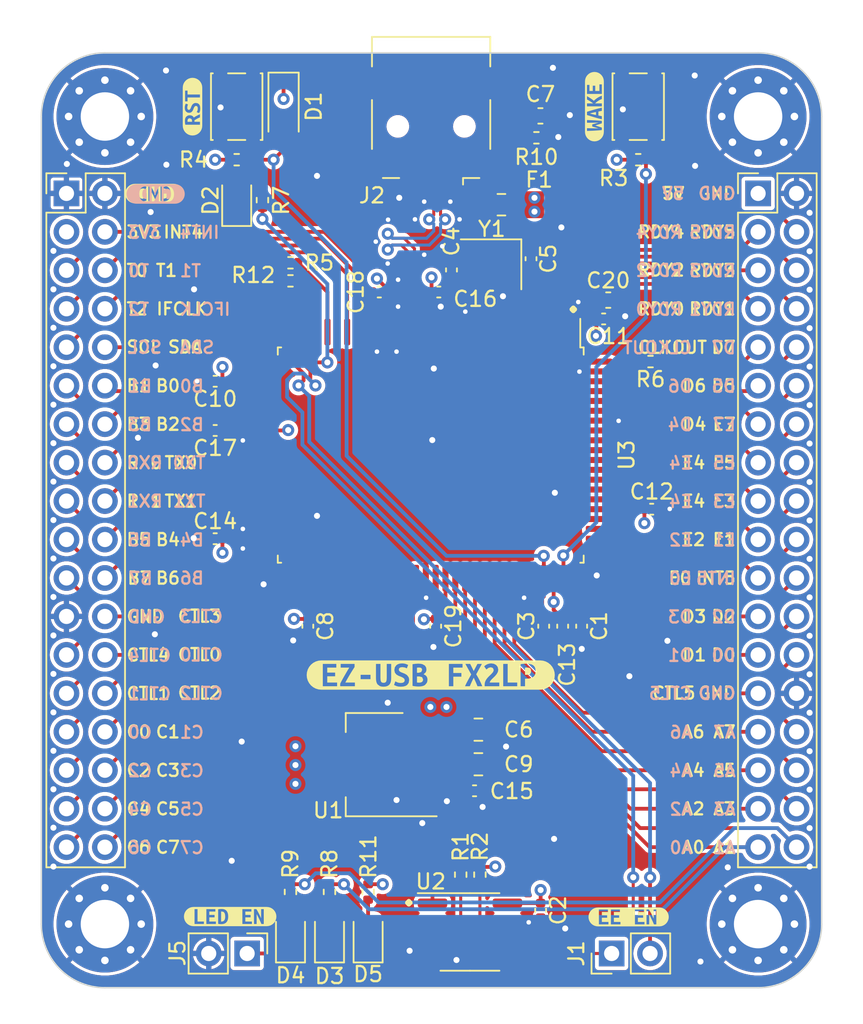
<source format=kicad_pcb>
(kicad_pcb (version 20221018) (generator pcbnew)
  (layers (0 "F.Cu" signal) (1 "In1.Cu" signal) (2 "In2.Cu" signal) (31 "B.Cu" signal) (34 "B.Paste" user) (35 "F.Paste" user) (36 "B.SilkS" user "B.Silkscreen") (37 "F.SilkS" user "F.Silkscreen") (38 "B.Mask" user) (39 "F.Mask" user) (44 "Edge.Cuts" user))
  (net 0 "")
  (net 1 "+5V")
  (net 2 "GND")
  (net 3 "+3V3")
  (net 4 "Net-(U3A-XTALIN)")
  (net 5 "/SDA")
  (net 6 "/SCL")
  (net 7 "Net-(U3A-XTALOUT)")
  (net 8 "Net-(D2-A)")
  (net 9 "Net-(D3-K)")
  (net 10 "Net-(D3-A)")
  (net 11 "Net-(D4-A)")
  (net 12 "/D-")
  (net 13 "/D+")
  (net 14 "/WAKEUP")
  (net 15 "/RST")
  (net 16 "Net-(D5-A)")
  (net 17 "Net-(J2-VBUS)")
  (net 18 "GNDREF")
  (net 19 "Net-(J1-Pin_1)")
  (net 20 "Net-(U3A-IFCLK)")
  (net 21 "Net-(U3A-CLKOUT)")
  (net 22 "Net-(U3B-BKPT)")
  (net 23 "Net-(U3C-RESERVED)")
  (net 24 "/IFCLK")
  (net 26 "/CLKOUT")
  (net 29 "/PA0")
  (net 30 "/PA1")
  (net 32 "/RDY0")
  (net 33 "/RDY1")
  (net 34 "/RDY2")
  (net 35 "/RDY3")
  (net 36 "/RDY4")
  (net 37 "/RDY5")
  (net 38 "/INT4")
  (net 39 "/T0")
  (net 40 "/T1")
  (net 41 "/T2")
  (net 42 "/PB0")
  (net 43 "/PB1")
  (net 44 "/PB2")
  (net 45 "/PB3")
  (net 46 "/TXD0")
  (net 47 "/RXD0")
  (net 48 "/TXD1")
  (net 49 "/RXD1")
  (net 50 "/PB4")
  (net 51 "/PB5")
  (net 52 "/PB6")
  (net 53 "/PB7")
  (net 54 "/CTL3")
  (net 55 "/CTL4")
  (net 56 "/CTL0")
  (net 57 "/CTL1")
  (net 58 "/CTL2")
  (net 59 "/PC0")
  (net 60 "/PC1")
  (net 61 "/PC2")
  (net 62 "/PC3")
  (net 63 "/PC4")
  (net 64 "/PC5")
  (net 65 "/PC6")
  (net 66 "/PC7")
  (net 67 "/PA2")
  (net 68 "/PA3")
  (net 69 "/PA4")
  (net 70 "/PA5")
  (net 71 "/PA6")
  (net 72 "/PA7")
  (net 73 "/CTL5")
  (net 74 "/PD0")
  (net 75 "/PD1")
  (net 76 "/PD2")
  (net 77 "/PD3")
  (net 78 "/INT5")
  (net 79 "/PE0")
  (net 80 "/PE1")
  (net 81 "/PE2")
  (net 82 "/PE3")
  (net 83 "/PE4")
  (net 84 "/PE5")
  (net 85 "/PE6")
  (net 86 "/PE7")
  (net 87 "/PD4")
  (net 88 "/PD5")
  (net 89 "/PD6")
  (net 90 "/PD7")
  (footprint "Resistor_SMD:R_0402_1005Metric" (layer "F.Cu") (at 144.4244 55.3212)
    (fp_text reference "R10")
    (fp_text value "1M")
  )
  (footprint "Capacitor_SMD:C_0402_1005Metric" (layer "F.Cu") (at 138.811 64.0478 -90)
    (fp_text reference "C4")
    (fp_text value "22p")
  )
  (footprint "kibuzzard-643E3FBD" (layer "F.Cu") (at 150.5204 106.7816)
    (fp_text reference "kibuzzard-643E3FBD" hide)
    (fp_text value "G***" hide)
  )
  (footprint "Capacitor_SMD:C_0805_2012Metric" (layer "F.Cu") (at 140.589 96.6978)
    (fp_text reference "C9")
    (fp_text value "4u7")
  )
  (footprint "MountingHole:MountingHole_3.2mm_M3_Pad_Via" (layer "F.Cu") (at 159.0802 107.2538)
    (fp_text reference "H4" hide)
    (fp_text value "MountingHole_Pad")
  )
  (footprint "kibuzzard-64365B80" (layer "F.Cu") (at 119.165761 59.0042)
    (fp_text reference "kibuzzard-64365B80" hide)
    (fp_text value "G***" hide)
  )
  (footprint "Capacitor_SMD:C_0402_1005Metric" (layer "F.Cu") (at 137.7644 87.5792 -90)
    (fp_text reference "C19")
    (fp_text value "100n")
  )
  (footprint "LED_SMD:LED_0805_2012Metric" (layer "F.Cu") (at 130.7465 108.1024 90)
    (fp_text reference "D3")
    (fp_text value "RED")
  )
  (footprint "Button_Switch_SMD:SW_SPST_PTS810" (layer "F.Cu") (at 151.1554 53.2638 90)
    (fp_text reference "SW2" hide)
    (fp_text value "SW_Push")
  )
  (footprint "Capacitor_SMD:C_0603_1608Metric" (layer "F.Cu") (at 144.6894 53.8734)
    (fp_text reference "C7")
    (fp_text value "10nF/250V")
  )
  (footprint "MountingHole:MountingHole_3.2mm_M3_Pad_Via" (layer "F.Cu") (at 159.0802 53.9138)
    (fp_text reference "H3" hide)
    (fp_text value "MountingHole_Pad")
  )
  (footprint "Capacitor_SMD:C_0402_1005Metric" (layer "F.Cu") (at 144.0688 63.3078 90)
    (fp_text reference "C5")
    (fp_text value "22p")
  )
  (footprint "Diode_SMD:D_SOD-123" (layer "F.Cu") (at 127.7112 53.2638 -90)
    (fp_text reference "D1")
    (fp_text value "1N4148")
  )
  (footprint "LED_SMD:LED_0805_2012Metric" (layer "F.Cu") (at 124.6124 59.4614 90)
    (fp_text reference "D2")
    (fp_text value "RED")
  )
  (footprint "Resistor_SMD:R_0402_1005Metric" (layer "F.Cu") (at 128.1684 105.1306 90)
    (fp_text reference "R9")
    (fp_text value "1K")
  )
  (footprint "Resistor_SMD:R_0402_1005Metric" (layer "F.Cu") (at 151.1554 56.769)
    (fp_text reference "R3")
    (fp_text value "100K")
  )
  (footprint "Capacitor_SMD:C_0402_1005Metric" (layer "F.Cu") (at 144.907 87.5792 -90)
    (fp_text reference "C3")
    (fp_text value "1u")
  )
  (footprint "Capacitor_SMD:C_0402_1005Metric" (layer "F.Cu") (at 134.0384 65.5066 180)
    (fp_text reference "C18")
    (fp_text value "100n")
  )
  (footprint "Capacitor_SMD:C_0805_2012Metric" (layer "F.Cu") (at 140.589 94.4118)
    (fp_text reference "C6")
    (fp_text value "2u2")
  )
  (footprint "Resistor_SMD:R_0402_1005Metric" (layer "F.Cu") (at 130.7465 105.1306 90)
    (fp_text reference "R8")
    (fp_text value "1K")
  )
  (footprint "Crystal:Crystal_SMD_3225-4Pin_3.2x2.5mm" (layer "F.Cu") (at 141.4272 63.6778 180)
    (fp_text reference "Y1")
    (fp_text value "24MHz")
  )
  (footprint "Resistor_SMD:R_0402_1005Metric" (layer "F.Cu") (at 139.4206 103.9876 -90)
    (fp_text reference "R1")
    (fp_text value "2K2")
  )
  (footprint "kibuzzard-643CE364" (layer "F.Cu") (at 148.2598 53.2638 90)
    (fp_text reference "kibuzzard-643CE364" hide)
    (fp_text value "G***" hide)
  )
  (footprint "Capacitor_SMD:C_0402_1005Metric" (layer "F.Cu") (at 144.7038 106.3472 -90)
    (fp_text reference "C2")
    (fp_text value "100n")
  )
  (footprint "Fuse:Fuse_0805_2012Metric" (layer "F.Cu") (at 142.113 59.7408)
    (fp_text reference "F1")
    (fp_text value "500mA")
  )
  (footprint "Capacitor_SMD:C_0402_1005Metric" (layer "F.Cu") (at 123.19 71.4012 180)
    (fp_text reference "C10")
    (fp_text value "100n")
  )
  (footprint "MountingHole:MountingHole_3.2mm_M3_Pad_Via" (layer "F.Cu") (at 115.9002 107.2538)
    (fp_text reference "H2" hide)
    (fp_text value "MountingHole_Pad")
  )
  (footprint "Resistor_SMD:R_0402_1005Metric" (layer "F.Cu") (at 124.6124 56.769)
    (fp_text reference "R4")
    (fp_text value "100K")
  )
  (footprint "Connector_PinHeader_2.54mm:PinHeader_2x18_P2.54mm_Vertical" (layer "F.Cu") (at 159.0802 58.9938)
    (fp_text reference "J4" hide)
    (fp_text value "GPIO")
  )
  (footprint "Capacitor_SMD:C_0402_1005Metric" (layer "F.Cu") (at 148.8694 67.2846)
    (fp_text reference "C11")
    (fp_text value "100n")
  )
  (footprint "Resistor_SMD:R_0402_1005Metric" (layer "F.Cu") (at 128.1664 64.77 180)
    (fp_text reference "R12")
    (fp_text value "10K")
  )
  (footprint "LED_SMD:LED_0805_2012Metric" (layer "F.Cu") (at 128.1684 108.1024 90)
    (fp_text reference "D4")
    (fp_text value "RED")
  )
  (footprint "Resistor_SMD:R_0402_1005Metric" (layer "F.Cu") (at 126.3142 59.436 -90)
    (fp_text reference "R7")
    (fp_text value "1K")
  )
  (footprint "Connector_PinHeader_2.54mm:PinHeader_1x02_P2.54mm_Vertical" (layer "F.Cu") (at 125.3032 109.1946 -90)
    (fp_text reference "J5")
    (fp_text value "Conn_01x02")
  )
  (footprint "Connector_USB:USB_Mini-B_Lumberg_2486_01_Horizontal" (layer "F.Cu") (at 137.4648 54.5674 180)
    (fp_text reference "J2")
    (fp_text value "USB_B_Mini")
  )
  (footprint "kibuzzard-643E3FB1" (layer "F.Cu") (at 124.1806 106.7562)
    (fp_text reference "kibuzzard-643E3FB1" hide)
    (fp_text value "G***" hide)
  )
  (footprint "Button_Switch_SMD:SW_SPST_PTS810" (layer "F.Cu") (at 124.6124 53.2638 90)
    (fp_text reference "SW1" hide)
    (fp_text value "SW_Push")
  )
  (footprint "Capacitor_SMD:C_0402_1005Metric" (layer "F.Cu") (at 152.0444 79.8512)
    (fp_text reference "C12")
    (fp_text value "100n")
  )
  (footprint "Capacitor_SMD:C_0402_1005Metric" (layer "F.Cu") (at 147.414933 87.5792 -90)
    (fp_text reference "C1")
    (fp_text value "10u")
  )
  (footprint "Capacitor_SMD:C_0402_1005Metric" (layer "F.Cu") (at 129.3144 87.5792 -90)
    (fp_text reference "C8")
    (fp_text value "100n")
  )
  (footprint "Connector_PinHeader_2.54mm:PinHeader_1x02_P2.54mm_Vertical" (layer "F.Cu") (at 149.3978 109.1946 90)
    (fp_text reference "J1")
    (fp_text value "Conn_01x02")
  )
  (footprint "Resistor_SMD:R_0402_1005Metric" (layer "F.Cu") (at 133.2992 105.1306 -90)
    (fp_text reference "R11")
    (fp_text value "1K")
  )
  (footprint "Capacitor_SMD:C_0402_1005Metric" (layer "F.Cu") (at 140.335 98.4504)
    (fp_text reference "C15")
    (fp_text value "100n")
  )
  (footprint "LED_SMD:LED_0805_2012Metric" (layer "F.Cu") (at 133.2992 108.1024 90)
    (fp_text reference "D5")
    (fp_text value "GREEN")
  )
  (footprint "Package_SO:SOIC-8_3.9x4.9mm_P1.27mm" (layer "F.Cu") (at 140.0302 107.7722)
    (fp_text reference "U2")
    (fp_text value "24LC128")
  )
  (footprint "MountingHole:MountingHole_3.2mm_M3_Pad_Via" (layer "F.Cu") (at 115.9002 53.9138)
    (fp_text reference "H1" hide)
    (fp_text value "MountingHole_Pad")
  )
  (footprint "Resistor_SMD:R_0402_1005Metric" (layer "F.Cu") (at 140.6906 103.9876 -90)
    (fp_text reference "R2")
    (fp_text value "2K2")
  )
  (footprint "Capacitor_SMD:C_0402_1005Metric" (layer "F.Cu") (at 146.160966 87.5792 -90)
    (fp_text reference "C13")
    (fp_text value "100n")
  )
  (footprint "Package_TO_SOT_SMD:SOT-223-3_TabPin2" (layer "F.Cu") (at 133.731 96.7232 180)
    (fp_text reference "U1")
    (fp_text value "AMS1117-3.3")
  )
  (footprint "Resistor_SMD:R_0402_1005Metric" (layer "F.Cu") (at 128.1664 63.5762)
    (fp_text reference "R5")
    (fp_text value "22")
  )
  (footprint "kibuzzard-643CE35F" (layer "F.Cu") (at 121.6914 53.2638 90)
    (fp_text reference "kibuzzard-643CE35F" hide)
    (fp_text value "G***" hide)
  )
  (footprint "Connector_PinHeader_2.54mm:PinHeader_2x18_P2.54mm_Vertical" (layer "F.Cu") (at 113.3602 58.9938)
    (fp_text reference "J3" hide)
    (fp_text value "GPIO")
  )
  (footprint "Capacitor_SMD:C_0603_1608Metric" (layer "F.Cu") (at 149.1742 66.04)
    (fp_text reference "C20")
    (fp_text value "1u")
  )
  (footprint "Capacitor_SMD:C_0402_1005Metric" (layer "F.Cu") (at 123.19 81.8012 180)
    (fp_text reference "C14")
    (fp_text value "100n")
  )
  (footprint "Capacitor_SMD:C_0402_1005Metric" (layer "F.Cu") (at 137.9728 65.5066)
    (fp_text reference "C16")
    (fp_text value "100n")
  )
  (footprint "Capacitor_SMD:C_0402_1005Metric" (layer "F.Cu") (at 123.19 74.6512 180)
    (fp_text reference "C17")
    (fp_text value "100n")
  )
  (footprint "Resistor_SMD:R_0402_1005Metric" (layer "F.Cu") (at 151.9682 70.1012 180)
    (fp_text reference "R6")
    (fp_text value "22")
  )
  (footprint "Package_QFP:PQFP-100_14x20mm_P0.65mm" (layer "F.Cu") (at 137.4394 76.2762 -90)
    (fp_text reference "U3")
    (fp_text value "CY7C68013A-100")
  )
  (footprint "kibuzzard-643CE80E" (layer "F.Cu") (at 137.4394 90.805)
    (fp_text reference "kibuzzard-643CE80E" hide)
    (fp_text value "G***" hide)
  )
  (footprint "kibuzzard-64365B80" (layer "B.Cu") (at 119.254646 59.0296 180)
    (fp_text reference "kibuzzard-64365B80" hide)
    (fp_text value "G***" hide)
  )
  (gr_line (start 163.280503 53.9138) (end 163.280503 107.2538) (stroke (width 0.1)) (layer "Edge.Cuts"))
  (gr_arc (start 111.699897 53.9138) (mid 112.930137 50.943737) (end 115.9002 49.713497) (stroke (width 0.1)) (layer "Edge.Cuts"))
  (gr_line (start 159.0802 111.454103) (end 115.9002 111.454103) (stroke (width 0.1)) (layer "Edge.Cuts"))
  (gr_arc (start 115.9002 111.454103) (mid 112.930137 110.223863) (end 111.699897 107.2538) (stroke (width 0.1)) (layer "Edge.Cuts"))
  (gr_arc (start 163.280503 107.2538) (mid 162.050263 110.223863) (end 159.0802 111.454103) (stroke (width 0.1)) (layer "Edge.Cuts"))
  (gr_line (start 111.699897 107.2538) (end 111.699897 53.9138) (stroke (width 0.1)) (layer "Edge.Cuts"))
  (gr_line (start 115.9002 49.713497) (end 159.0802 49.713497) (stroke (width 0.1)) (layer "Edge.Cuts"))
  (gr_arc (start 159.0802 49.713497) (mid 162.050263 50.943737) (end 163.280503 53.9138) (stroke (width 0.1)) (layer "Edge.Cuts"))
  (gr_text "IFCLK" (at 122.523142 66.6496) (layer "B.SilkS") (effects (font (size 0.8 0.8)) (justify mirror)))
  (gr_text "C0" (at 118.21799 94.5896) (layer "B.SilkS") (effects (font (size 0.8 0.8)) (justify mirror)))
  (gr_text "CTL2" (at 122.275524 92.0242) (layer "B.SilkS") (effects (font (size 0.8 0.8)) (justify mirror)))
  (gr_text "RDY4" (at 152.527 61.5696) (layer "B.SilkS") (effects (font (size 0.8 0.8)) (justify mirror)))
  (gr_text "RDY3" (at 156.0576 64.1096) (layer "B.SilkS") (effects (font (size 0.8 0.8)) (justify mirror)))
  (gr_text "B4" (at 121.646952 81.8896) (layer "B.SilkS") (effects (font (size 0.8 0.8)) (justify mirror)))
  (gr_text "GND" (at 156.362362 92.0242) (layer "B.SilkS") (effects (font (size 0.8 0.8)) (justify mirror)))
  (gr_text "C7" (at 121.646952 102.2096) (layer "B.SilkS") (effects (font (size 0.8 0.8)) (justify mirror)))
  (gr_text "CTL3" (at 122.275524 86.9442) (layer "B.SilkS") (effects (font (size 0.8 0.8)) (justify mirror)))
  (gr_text "B6" (at 121.646952 84.4042) (layer "B.SilkS") (effects (font (size 0.8 0.8)) (justify mirror)))
  (gr_text "E4" (at 153.9494 76.8096) (layer "B.SilkS") (effects (font (size 0.8 0.8)) (justify mirror)))
  (gr_text "D7" (at 156.800457 69.1896) (layer "B.SilkS") (effects (font (size 0.8 0.8)) (justify mirror)))
  (gr_text "C3" (at 121.646952 97.1296) (layer "B.SilkS") (effects (font (size 0.8 0.8)) (justify mirror)))
  (gr_text "B7" (at 118.2624 84.4296) (layer "B.SilkS") (effects (font (size 0.8 0.8)) (justify mirror)))
  (gr_text "A3" (at 156.8576 99.6696) (layer "B.SilkS") (effects (font (size 0.8 0.8)) (justify mirror)))
  (gr_text "RDY1" (at 156.0576 66.6496) (layer "B.SilkS") (effects (font (size 0.8 0.8)) (justify mirror)))
  (gr_text "A6" (at 153.968448 94.5896) (layer "B.SilkS") (effects (font (size 0.8 0.8)) (justify mirror)))
  (gr_text "C2" (at 118.21799 97.1296) (layer "B.SilkS") (effects (font (size 0.8 0.8)) (justify mirror)))
  (gr_text "A7" (at 156.8576 94.5896) (layer "B.SilkS") (effects (font (size 0.8 0.8)) (justify mirror)))
  (gr_text "RX1" (at 118.5418 79.3242) (layer "B.SilkS") (effects (font (size 0.8 0.8)) (justify mirror)))
  (gr_text "B3" (at 118.21799 74.2696) (layer "B.SilkS") (effects (font (size 0.8 0.8)) (justify mirror)))
  (gr_text "A1" (at 156.8576 102.2096) (layer "B.SilkS") (effects (font (size 0.8 0.8)) (justify mirror)))
  (gr_text "B0" (at 121.646952 71.7296) (layer "B.SilkS") (effects (font (size 0.8 0.8)) (justify mirror)))
  (gr_text "T1" (at 121.551714 64.1096) (layer "B.SilkS") (effects (font (size 0.8 0.8)) (justify mirror)))
  (gr_text "GND\n" (at 156.362362 59.0042) (layer "B.SilkS") (effects (font (size 0.8 0.8)) (justify mirror)))
  (gr_text "E2" (at 153.9494 81.8896) (layer "B.SilkS") (effects (font (size 0.8 0.8)) (justify mirror)))
  (gr_text "E1" (at 156.838552 81.8896) (layer "B.SilkS") (effects (font (size 0.8 0.8)) (justify mirror)))
  (gr_text "B1" (at 118.21799 71.7296) (layer "B.SilkS") (effects (font (size 0.8 0.8)) (justify mirror)))
  (gr_text "E5" (at 156.838552 76.8096) (layer "B.SilkS") (effects (font (size 0.8 0.8)) (justify mirror)))
  (gr_text "B5" (at 118.21799 81.8896) (layer "B.SilkS") (effects (font (size 0.8 0.8)) (justify mirror)))
  (gr_text "SDA" (at 121.989809 69.1642) (layer "B.SilkS") (effects (font (size 0.8 0.8)) (justify mirror)))
  (gr_text "T2" (at 118.122752 66.6496) (layer "B.SilkS") (effects (font (size 0.8 0.8)) (justify mirror)))
  (gr_text "5V" (at 153.4668 59.0042) (layer "B.SilkS") (effects (font (size 0.8 0.8)) (justify mirror)))
  (gr_text "D6" (at 153.911305 71.7296) (layer "B.SilkS") (effects (font (size 0.8 0.8)) (justify mirror)))
  (gr_text "C4" (at 118.21799 99.6696) (layer "B.SilkS") (effects (font (size 0.8 0.8)) (justify mirror)))
  (gr_text "GND" (at 118.656085 86.9696) (layer "B.SilkS") (effects (font (size 0.8 0.8)) (justify mirror)))
  (gr_text "D5" (at 156.800457 71.7296) (layer "B.SilkS") (effects (font (size 0.8 0.8)) (justify mirror)))
  (gr_text "INT4" (at 122.161238 61.5696) (layer "B.SilkS") (effects (font (size 0.8 0.8)) (justify mirror)))
  (gr_text "RDY2" (at 152.527 64.0842) (layer "B.SilkS") (effects (font (size 0.8 0.8)) (justify mirror)))
  (gr_text "B2" (at 121.646952 74.2696) (layer "B.SilkS") (effects (font (size 0.8 0.8)) (justify mirror)))
  (gr_text "T0" (at 118.122752 64.1096) (layer "B.SilkS") (effects (font (size 0.8 0.8)) (justify mirror)))
  (gr_text "A0" (at 153.968448 102.2096) (layer "B.SilkS") (effects (font (size 0.8 0.8)) (justify mirror)))
  (gr_text "E3" (at 156.838552 79.3496) (layer "B.SilkS") (effects (font (size 0.8 0.8)) (justify mirror)))
  (gr_text "E0" (at 153.9494 84.4296) (layer "B.SilkS") (effects (font (size 0.8 0.8)) (justify mirror)))
  (gr_text "D0" (at 156.800457 89.5096) (layer "B.SilkS") (effects (font (size 0.8 0.8)) (justify mirror)))
  (gr_text "D1" (at 153.911305 89.5096) (layer "B.SilkS") (effects (font (size 0.8 0.8)) (justify mirror)))
  (gr_text "C1" (at 121.646952 94.5896) (layer "B.SilkS") (effects (font (size 0.8 0.8)) (justify mirror)))
  (gr_text "RDY5" (at 156.0576 61.5696) (layer "B.SilkS") (effects (font (size 0.8 0.8)) (justify mirror)))
  (gr_text "CTL4" (at 118.846562 89.5096) (layer "B.SilkS") (effects (font (size 0.8 0.8)) (justify mirror)))
  (gr_text "C6" (at 118.21799 102.2096) (layer "B.SilkS") (effects (font (size 0.8 0.8)) (justify mirror)))
  (gr_text "INT5" (at 156.286172 84.4296) (layer "B.SilkS") (effects (font (size 0.8 0.8)) (justify mirror)))
  (gr_text "C5" (at 121.646952 99.6696) (layer "B.SilkS") (effects (font (size 0.8 0.8)) (justify mirror)))
  (gr_text "3V3" (at 118.5418 61.5696) (layer "B.SilkS") (effects (font (size 0.8 0.8)) (justify mirror)))
  (gr_text "CTL1" (at 118.846562 92.0496) (layer "B.SilkS") (effects (font (size 0.8 0.8)) (justify mirror)))
  (gr_text "CTL5" (at 153.282734 92.0242) (layer "B.SilkS") (effects (font (size 0.8 0.8)) (justify mirror)))
  (gr_text "A5" (at 156.8576 97.1296) (layer "B.SilkS") (effects (font (size 0.8 0.8)) (justify mirror)))
  (gr_text "RX0" (at 118.5418 76.7842) (layer "B.SilkS") (effects (font (size 0.8 0.8)) (justify mirror)))
  (gr_text "A2" (at 153.968448 99.6696) (layer "B.SilkS") (effects (font (size 0.8 0.8)) (justify mirror)))
  (gr_text "A4" (at 153.968448 97.1296) (layer "B.SilkS") (effects (font (size 0.8 0.8)) (justify mirror)))
  (gr_text "D4" (at 153.911305 74.2696) (layer "B.SilkS") (effects (font (size 0.8 0.8)) (justify mirror)))
  (gr_text "SCL" (at 118.5418 69.1642) (layer "B.SilkS") (effects (font (size 0.8 0.8)) (justify mirror)))
  (gr_text "D3" (at 153.911305 86.9696) (layer "B.SilkS") (effects (font (size 0.8 0.8)) (justify mirror)))
  (gr_text "E4" (at 153.9494 79.3496) (layer "B.SilkS") (effects (font (size 0.8 0.8)) (justify mirror)))
  (gr_text "RDY0" (at 152.527 66.6496) (layer "B.SilkS") (effects (font (size 0.8 0.8)) (justify mirror)))
  (gr_text "CTL0" (at 122.275524 89.4842) (layer "B.SilkS") (effects (font (size 0.8 0.8)) (justify mirror)))
  (gr_text "CLKOUT" (at 152.425591 69.1896) (layer "B.SilkS") (effects (font (size 0.8 0.8)) (justify mirror)))
  (gr_text "TX0" (at 121.469162 76.7842) (layer "B.SilkS") (effects (font (size 0.8 0.8)) (justify mirror)))
  (gr_text "TX1" (at 121.469162 79.3242) (layer "B.SilkS") (effects (font (size 0.8 0.8)) (justify mirror)))
  (gr_text "E7" (at 156.838552 74.2696) (layer "B.SilkS") (effects (font (size 0.8 0.8)) (justify mirror)))
  (gr_text "D2" (at 156.800457 86.9696) (layer "B.SilkS") (effects (font (size 0.8 0.8)) (justify mirror)))
  (gr_text "B7" (at 118.1862 84.4042) (layer "F.SilkS") (effects (font (size 0.8 0.8))))
  (gr_text "C0" (at 118.129105 94.5642) (layer "F.SilkS") (effects (font (size 0.8 0.8))))
  (gr_text "B6" (at 120.0658 84.4042) (layer "F.SilkS") (effects (font (size 0.8 0.8))))
  (gr_text "3V3" (at 118.452915 61.5442) (layer "F.SilkS") (effects (font (size 0.8 0.8))))
  (gr_text "B1" (at 118.129105 71.7042) (layer "F.SilkS") (effects (font (size 0.8 0.8))))
  (gr_text "CTL5" (at 153.5176 91.9988) (layer "F.SilkS") (effects (font (size 0.8 0.8))))
  (gr_text "A7" (at 156.8576 94.5642) (layer "F.SilkS") (effects (font (size 0.8 0.8))))
  (gr_text "IFCLK" (at 120.9802 66.6242) (layer "F.SilkS") (effects (font (size 0.8 0.8))))
  (gr_text "T0" (at 118.033867 64.0842) (layer "F.SilkS") (effects (font (size 0.8 0.8))))
  (gr_text "E4" (at 154.825705 76.7842) (layer "F.SilkS") (effects (font (size 0.8 0.8))))
  (gr_text "E4" (at 154.825705 79.3242) (layer "F.SilkS") (effects (font (size 0.8 0.8))))
  (gr_text "D6" (at 154.8638 71.7042) (layer "F.SilkS") (effects (font (size 0.8 0.8))))
  (gr_text "RX1" (at 118.510058 79.3242) (layer "F.SilkS") (effects (font (size 0.8 0.8))))
  (gr_text "RX0" (at 118.510058 76.7842) (layer "F.SilkS") (effects (font (size 0.8 0.8))))
  (gr_text "." (at 146.8628 65.8368) (layer "F.SilkS") (effects (font (size 2 2) (thickness 0.3)) (justify mirror)))
  (gr_text "." (at 135.9916 105.029) (layer "F.SilkS") (effects (font (size 2 2) (thickness 0.3)) (justify mirror)))
  (gr_text "A4" (at 154.806657 97.1042) (layer "F.SilkS") (effects (font (size 0.8 0.8))))
  (gr_text "C3" (at 120.0658 97.1042) (layer "F.SilkS") (effects (font (size 0.8 0.8))))
  (gr_text "CLKOUT" (at 153.416 69.1642) (layer "F.SilkS") (effects (font (size 0.8 0.8))))
  (gr_text "CTL2" (at 122.1486 91.9988) (layer "F.SilkS") (effects (font (size 0.8 0.8))))
  (gr_text "RDY5" (at 156.0576 61.5442) (layer "F.SilkS") (effects (font (size 0.8 0.8))))
  (gr_text "SDA" (at 121.2088 69.1388) (layer "F.SilkS") (effects (font (size 0.8 0.8))))
  (gr_text "GND" (at 118.5672 86.9442) (layer "F.SilkS") (effects (font (size 0.8 0.8))))
  (gr_text "T2" (at 118.033867 66.6242) (layer "F.SilkS") (effects (font (size 0.8 0.8))))
  (gr_text "B0" (at 120.0658 71.7042) (layer "F.SilkS") (effects (font (size 0.8 0.8))))
  (gr_text "C5" (at 120.0658 99.6442) (layer "F.SilkS") (effects (font (size 0.8 0.8))))
  (gr_text "D0" (at 156.800457 89.4842) (layer "F.SilkS") (effects (font (size 0.8 0.8))))
  (gr_text "TX1" (at 120.9294 79.3242) (layer "F.SilkS") (effects (font (size 0.8 0.8))))
  (gr_text "E1" (at 156.838552 81.8642) (layer "F.SilkS") (effects (font (size 0.8 0.8))))
  (gr_text "A1" (at 156.8576 102.1842) (layer "F.SilkS") (effects (font (size 0.8 0.8))))
  (gr_text "GND\n" (at 156.362362 59.0042) (layer "F.SilkS") (effects (font (size 0.8 0.8))))
  (gr_text "D5" (at 156.800457 71.7042) (layer "F.SilkS") (effects (font (size 0.8 0.8))))
  (gr_text "RDY0" (at 152.673143 66.6242) (layer "F.SilkS") (effects (font (size 0.8 0.8))))
  (gr_text "CTL4" (at 118.757677 89.4842) (layer "F.SilkS") (effects (font (size 0.8 0.8))))
  (gr_text "B5" (at 118.129105 81.8642) (layer "F.SilkS") (effects (font (size 0.8 0.8))))
  (gr_text "C7" (at 120.0658 102.1842) (layer "F.SilkS") (effects (font (size 0.8 0.8))))
  (gr_text "C2" (at 118.129105 97.1042) (layer "F.SilkS") (effects (font (size 0.8 0.8))))
  (gr_text "CTL0" (at 122.1486 89.4588) (layer "F.SilkS") (effects (font (size 0.8 0.8))))
  (gr_text "A0" (at 154.806657 102.1842) (layer "F.SilkS") (effects (font (size 0.8 0.8))))
  (gr_text "RDY4" (at 152.673143 61.5442) (layer "F.SilkS") (effects (font (size 0.8 0.8))))
  (gr_text "A2" (at 154.806657 99.6442) (layer "F.SilkS") (effects (font (size 0.8 0.8))))
  (gr_text "SCL" (at 118.452915 69.1388) (layer "F.SilkS") (effects (font (size 0.8 0.8))))
  (gr_text "B4" (at 120.0658 81.8642) (layer "F.SilkS") (effects (font (size 0.8 0.8))))
  (gr_text "A5" (at 156.8576 97.1042) (layer "F.SilkS") (effects (font (size 0.8 0.8))))
  (gr_text "CTL1" (at 118.757677 92.0242) (layer "F.SilkS") (effects (font (size 0.8 0.8))))
  (gr_text "GND" (at 156.362362 91.9988) (layer "F.SilkS") (effects (font (size 0.8 0.8))))
  (gr_text "RDY2" (at 152.673143 64.0588) (layer "F.SilkS") (effects (font (size 0.8 0.8))))
  (gr_text "TX0" (at 120.9294 76.7842) (layer "F.SilkS") (effects (font (size 0.8 0.8))))
  (gr_text "INT4" (at 121.0818 61.5442) (layer "F.SilkS") (effects (font (size 0.8 0.8))))
  (gr_text "D1" (at 154.8638 89.4842) (layer "F.SilkS") (effects (font (size 0.8 0.8))))
  (gr_text "5V" (at 153.4668 59.0042) (layer "F.SilkS") (effects (font (size 0.8 0.8))))
  (gr_text "E0" (at 153.924 84.4042) (layer "F.SilkS") (effects (font (size 0.8 0.8))))
  (gr_text "C4" (at 118.129105 99.6442) (layer "F.SilkS") (effects (font (size 0.8 0.8))))
  (gr_text "RDY1" (at 156.0576 66.6242) (layer "F.SilkS") (effects (font (size 0.8 0.8))))
  (gr_text "B2" (at 120.0658 74.2442) (layer "F.SilkS") (effects (font (size 0.8 0.8))))
  (gr_text "B3" (at 118.129105 74.2442) (layer "F.SilkS") (effects (font (size 0.8 0.8))))
  (gr_text "A6" (at 154.806657 94.5642) (layer "F.SilkS") (effects (font (size 0.8 0.8))))
  (gr_text "RDY3" (at 156.0576 64.0842) (layer "F.SilkS") (effects (font (size 0.8 0.8))))
  (gr_text "CTL3" (at 122.1486 86.9188) (layer "F.SilkS") (effects (font (size 0.8 0.8))))
  (gr_text "D2" (at 156.800457 86.9442) (layer "F.SilkS") (effects (font (size 0.8 0.8))))
  (gr_text "E2" (at 154.825705 81.8642) (layer "F.SilkS") (effects (font (size 0.8 0.8))))
  (gr_text "D3" (at 154.8638 86.9442) (layer "F.SilkS") (effects (font (size 0.8 0.8))))
  (gr_text "C1" (at 120.0658 94.5642) (layer "F.SilkS") (effects (font (size 0.8 0.8))))
  (gr_text "T1" (at 119.970562 64.0842) (layer "F.SilkS") (effects (font (size 0.8 0.8))))
  (gr_text "A3" (at 156.8576 99.6442) (layer "F.SilkS") (effects (font (size 0.8 0.8))))
  (gr_text "INT5" (at 156.286172 84.4042) (layer "F.SilkS") (effects (font (size 0.8 0.8))))
  (gr_text "D7" (at 156.800457 69.1642) (layer "F.SilkS") (effects (font (size 0.8 0.8))))
  (gr_text "C6" (at 118.129105 102.1842) (layer "F.SilkS") (effects (font (size 0.8 0.8))))
  (gr_text "E3" (at 156.838552 79.3242) (layer "F.SilkS") (effects (font (size 0.8 0.8))))
  (gr_text "E7" (at 156.838552 74.2442) (layer "F.SilkS") (effects (font (size 0.8 0.8))))
  (gr_text "E5" (at 156.838552 76.7842) (layer "F.SilkS") (effects (font (size 0.8 0.8))))
  (gr_text "D4" (at 154.8638 74.2442) (layer "F.SilkS") (effects (font (size 0.8 0.8))))
  (via (at 144.2974 59.2836) (size 0.8) (drill 0.4) (layers "F.Cu" "B.Cu") (net 1))
  (via (at 137.414 92.9132) (size 0.8) (drill 0.4) (layers "F.Cu" "B.Cu") (net 1))
  (via (at 144.2974 60.198) (size 0.8) (drill 0.4) (layers "F.Cu" "B.Cu") (net 1))
  (via (at 138.4808 92.9132) (size 0.8) (drill 0.4) (layers "F.Cu" "B.Cu") (net 1))
  (segment (start 133.8644 65.8126) (end 133.5584 65.5066) (width 0.25) (layer "F.Cu") (net 2))
  (segment (start 133.8644 68.1512) (end 133.8644 65.8126) (width 0.25) (layer "F.Cu") (net 2))
  (via (at 129.921 80.2894) (size 0.8) (drill 0.4) (layers "F.Cu" "B.Cu") (net 2))
  (via (at 112.4966 72.9488) (size 0.8) (drill 0.4) (layers "F.Cu" "B.Cu") (net 2))
  (via (at 124.2822 103.0732) (size 0.8) (drill 0.4) (layers "F.Cu" "B.Cu") (net 2))
  (via (at 145.8722 55.2704) (size 0.8) (drill 0.4) (layers "F.Cu" "B.Cu") (net 2))
  (via (at 137.541 75.2856) (size 0.8) (drill 0.4) (layers "F.Cu" "B.Cu") (net 2))
  (via (at 113.3856 57.0484) (size 0.8) (drill 0.4) (layers "F.Cu" "B.Cu") (net 2))
  (via (at 140.8684 99.5172) (size 0.8) (drill 0.4) (layers "F.Cu" "B.Cu") (net 2))
  (via (at 129.921 57.8358) (size 0.8) (drill 0.4) (layers "F.Cu" "B.Cu") (net 2))
  (via (at 157.0736 103.505) (size 0.8) (drill 0.4) (layers "F.Cu" "B.Cu") (net 2))
  (via (at 149.86 74.0156) (size 0.3) (drill 0.4) (layers "F.Cu" "B.Cu") (net 2))
  (via (at 134.62 60.7314) (size 0.3) (drill 0.45) (layers "F.Cu" "B.Cu") (net 2))
  (via (at 137.1346 85.6996) (size 0.3) (drill 0.4) (layers "F.Cu" "B.Cu") (net 2))
  (via (at 135.1788 99.06) (size 0.8) (drill 0.4) (layers "F.Cu" "B.Cu") (net 2))
  (via (at 162.4838 95.8342) (size 0.8) (drill 0.4) (layers "F.Cu" "B.Cu") (net 2))
  (via (at 136.8806 100.584) (size 0.8) (drill 0.4) (layers "F.Cu" "B.Cu") (net 2))
  (via (at 112.4966 88.1888) (size 0.8) (drill 0.4) (layers "F.Cu" "B.Cu") (net 2))
  (via (at 119.253 70.358) (size 0.8) (drill 0.4) (layers "F.Cu" "B.Cu") (net 2))
  (via (at 121.793 65.3288) (size 0.8) (drill 0.4) (layers "F.Cu" "B.Cu") (net 2))
  (via (at 119.2022 88.1126) (size 0.8) (drill 0.4) (layers "F.Cu" "B.Cu") (net 2))
  (via (at 162.4838 78.0542) (size 0.8) (drill 0.4) (layers "F.Cu" "B.Cu") (net 2))
  (via (at 133.8834 69.4436) (size 0.3) (drill 0.4) (layers "F.Cu" "B.Cu") (net 2))
  (via (at 134.5946 63.627) (size 0.3) (drill 0.45) (layers "F.Cu" "B.Cu") (net 2))
  (via (at 138.5062 99.1362) (size 0.8) (drill 0.4) (layers "F.Cu" "B.Cu") (net 2))
  (via (at 125.0188 81.153) (size 0.3) (drill 0.4) (layers "F.Cu" "B.Cu") (net 2))
  (via (at 162.4838 83.1342) (size 0.8) (drill 0.4) (layers "F.Cu" "B.Cu") (net 2))
  (via (at 112.4966 62.7888) (size 0.8) (drill 0.4) (layers "F.Cu" "B.Cu") (net 2))
  (via (at 119.9642 57.0992) (size 0.8) (drill 0.4) (layers "F.Cu" "B.Cu") (net 2))
  (via (at 121.9962 71.3994) (size 0.3) (drill 0.4) (layers "F.Cu" "B.Cu") (net 2))
  (via (at 137.6426 70.5612) (size 0.8) (drill 0.4) (layers "F.Cu" "B.Cu") (net 2))
  (via (at 162.4838 67.8942) (size 0.8) (drill 0.4) (layers "F.Cu" "B.Cu") (net 2))
  (via (at 162.4838 65.3542) (size 0.8) (drill 0.4) (layers "F.Cu" "B.Cu") (net 2))
  (via (at 147.4216 89.0778) (size 0.8) (drill 0.4) (layers "F.Cu" "B.Cu") (net 2))
  (via (at 112.4966 78.0288) (size 0.8) (drill 0.4) (layers "F.Cu" "B.Cu") (net 2))
  (via (at 154.8892 51.2064) (size 0.8) (drill 0.4) (layers "F.Cu" "B.Cu") (net 2))
  (via (at 135.2804 64.6938) (size 0.3) (drill 0.45) (layers "F.Cu" "B.Cu") (net 2))
  (via (at 125.0188 82.4484) (size 0.3) (drill 0.4) (layers "F.Cu" "B.Cu") (net 2))
  (via (at 162.4838 70.4342) (size 0.8) (drill 0.4) (layers "F.Cu" "B.Cu") (net 2))
  (via (at 147.2692 70.7644) (size 0.3) (drill 0.4) (layers "F.Cu" "B.Cu") (net 2))
  (via (at 135.1788 69.4436) (size 0.3) (drill 0.4) (layers "F.Cu" "B.Cu") (net 2))
  (via (at 162.4838 60.2742) (size 0.8) (drill 0.4) (layers "F.Cu" "B.Cu") (net 2))
  (via (at 162.4838 62.8142) (size 0.8) (drill 0.4) (layers "F.Cu" "B.Cu") (net 2))
  (via (at 124.9426 95.1992) (size 0.8) (drill 0.4) (layers "F.Cu" "B.Cu") (net 2))
  (via (at 142.2146 65.786) (size 0.8) (drill 0.4) (layers "F.Cu" "B.Cu") (net 2))
  (via (at 118.0846 75.1332) (size 0.8) (drill 0.4) (layers "F.Cu" "B.Cu") (net 2))
  (via (at 112.4966 70.4088) (size 0.8) (drill 0.4) (layers "F.Cu" "B.Cu") (net 2))
  (via (at 126.3904 84.8106) (size 0.8) (drill 0.4) (layers "F.Cu" "B.Cu") (net 2))
  (via (at 143.9164 107.1372) (size 0.3) (drill 0.4) (layers "F.Cu" "B.Cu") (net 2))
  (via (at 136.0424 109.0168) (size 0.8) (drill 0.4) (layers "F.Cu" "B.Cu") (net 2))
  (via (at 143.6116 85.6996) (size 0.3) (drill 0.4) (layers "F.Cu" "B.Cu") (net 2))
  (via (at 162.4838 85.6742) (size 0.8) (drill 0.4) (layers "F.Cu" "B.Cu") (net 2))
  (via (at 133.8072 62.1792) (size 0.3) (drill 0.45) (layers "F.Cu" "B.Cu") (net 2))
  (via (at 137.0076 63.0428) (size 0.3) (drill 0.45) (layers "F.Cu" "B.Cu") (net 2))
  (via (at 119.9388 50.8762) (size 0.8) (drill 0.4) (layers "F.Cu" "B.Cu") (net 2))
  (via (at 139.3444 60.706) (size 0.3) (drill 0.45) (layers "F.Cu" "B.Cu") (net 2))
  (via (at 118.9228 60.2234) (size 0.8) (drill 0.4) (layers "F.Cu" "B.Cu") (net 2))
  (via (at 112.4966 80.5688) (size 0.8) (drill 0.4) (layers "F.Cu" "B.Cu") (net 2))
  (via (at 162.4838 93.2942) (size 0.8) (drill 0.4) (layers "F.Cu" "B.Cu") (net 2))
  (via (at 162.4838 75.5142) (size 0.8) (drill 0.4) (layers "F.Cu" "B.Cu") (net 2))
  (via (at 125.0188 75.311) (size 0.3) (drill 0.4) (layers "F.Cu" "B.Cu") (net 2))
  (via (at 139.1412 109.6264) (size 0.8) (drill 0.4) (layers "F.Cu" "B.Cu") (net 2))
  (via (at 155.2702 109.728) (size 0.8) (drill 0.4) (layers "F.Cu" "B.Cu") (net 2))
  (via (at 145.6436 78.7654) (size 0.8) (drill 0.4) (layers "F.Cu" "B.Cu") (net 2))
  (via (at 138.0998 66.4718) (size 0.8) (drill 0.4) (layers "F.Cu" "B.Cu") (net 2))
  (via (at 136.398 60.706) (size 0.3) (drill 0.45) (layers "F.Cu" "B.Cu") (net 2))
  (via (at 147.193 66.167) (size 0.3) (drill 0.4) (layers "F.Cu" "B.Cu") (net 2))
  (via (at 137.0076 59.5376) (size 0.3) (drill 0.45) (layers "F.Cu" "B.Cu") (net 2))
  (via (at 154.9146 57.1754) (size 0.8) (drill 0.4) (layers "F.Cu" "B.Cu") (net 2))
  (via (at 145.5166 50.6984) (size 0.8) (drill 0.4) (layers "F.Cu" "B.Cu") (net 2))
  (via (at 112.4966 85.6488) (size 0.8) (drill 0.4) (layers "F.Cu" "B.Cu") (net 2))
  (via (at 112.4966 100.8888) (size 0.8) (drill 0.4) (layers "F.Cu" "B.Cu") (net 2))
  (via (at 135.2804 66.4718) (size 0.3) (drill 0.45) (layers "F.Cu" "B.Cu") (net 2))
  (via (at 112.4966 93.2688) (size 0.8) (drill 0.4) (layers "F.Cu" "B.Cu") (net 2))
  (via (at 128.3462 88.519) (size 0.8) (drill 0.4) (layers "F.Cu" "B.Cu") (net 2))
  (via (at 162.4838 98.3742) (size 0.8) (drill 0.4) (layers "F.Cu" "B.Cu") (net 2))
  (via (at 135.3566 59.2836) (size 0.8) (drill 0.4) (layers "F.Cu" "B.Cu") (net 2))
  (via (at 146.3294 107.5436) (size 0.8) (drill 0.4) (layers "F.Cu" "B.Cu") (net 2))
  (via (at 145.5928 101.6254) (size 0.8) (drill 0.4) (layers "F.Cu" "B.Cu") (net 2))
  (via (at 153.0858 88.5444) (size 0.8) (drill 0.4) (layers "F.Cu" "B.Cu") (net 2))
  (via (at 150.2918 67.1068) (size 0.8) (drill 0.4) (layers "F.Cu" "B.Cu") (net 2))
  (via (at 162.4838 72.9742) (size 0.8) (drill 0.4) (layers "F.Cu" "B.Cu") (net 2))
  (via (at 112.4966 65.3288) (size 0.8) (drill 0.4) (layers "F.Cu" "B.Cu") (net 2))
  (via (at 162.4838 100.9142) (size 0.8) (drill 0.4) (layers "F.Cu" "B.Cu") (net 2))
  (via (at 138.2014 62.484) (size 0.3) (drill 0.45) (layers "F.Cu" "B.Cu") (net 2))
  (via (at 138.7348 59.5376) (size 0.3) (drill 0.45) (layers "F.Cu" "B.Cu") (net 2))
  (via (at 142.4178 95.5294) (size 0.8) (drill 0.4) (layers "F.Cu" "B.Cu") (net 2))
  (via (at 150.5712 90.8812) (size 0.8) (drill 0.4) (layers "F.Cu" "B.Cu") (net 2))
  (via (at 162.4838 90.7542) (size 0.8) (drill 0.4) (layers "F.Cu" "B.Cu") (net 2))
  (via (at 148.4122 84.2264) (size 0.8) (drill 0.4) (layers "F.Cu" "B.Cu") (net 2))
  (via (at 123.5456 53.3146) (size 0.8) (drill 0.4) (layers "F.Cu" "B.Cu") (net 2))
  (via (at 162.4838 103.4542) (size 0.8) (drill 0.4) (layers "F.Cu" "B.Cu") (net 2))
  (via (at 134.5946 92.6338) (size 0.8) (drill 0.4) (layers "F.Cu" "B.Cu") (net 2))
  (via (at 146.6342 53.8226) (size 0.8) (drill 0.4) (layers "F.Cu" "B.Cu") (net 2))
  (via (at 162.4838 80.5942) (size 0.8) (drill 0.4) (layers "F.Cu" "B.Cu") (net 2))
  (via (at 139.7254 66.802) (size 0.3) (drill 0.45) (layers "F.Cu" "B.Cu") (net 2))
  (via (at 112.4966 83.1088) (size 0.8) (drill 0.4) (layers "F.Cu" "B.Cu") (net 2))
  (via (at 112.4966 67.8688) (size 0.8) (drill 0.4) (layers "F.Cu" "B.Cu") (net 2))
  (via (at 112.4966 75.4888) (size 0.8) (drill 0.4) (layers "F.Cu" "B.Cu") (net 2))
  (via (at 137.6172 88.9508) (size 0.8) (drill 0.4) (layers "F.Cu" "B.Cu") (net 2))
  (via (at 153.2382 79.8322) (size 0.3) (drill 0.4) (layers "F.Cu" "B.Cu") (net 2))
  (via (at 162.4838 88.2142) (size 0.8) (drill 0.4) (layers "F.Cu" "B.Cu") (net 2))
  (via (at 121.7676 81.7626) (size 0.8) (drill 0.4) (layers "F.Cu" "B.Cu") (net 2))
  (via (at 112.4966 95.8088) (size 0.8) (drill 0.4) (layers "F.Cu" "B.Cu") (net 2))
  (via (at 112.4966 98.3488) (size 0.8) (drill 0.4) (layers "F.Cu" "B.Cu") (net 2))
  (via (at 112.4966 103.4542) (size 0.8) (drill 0.4) (layers "F.Cu" "B.Cu") (net 2))
  (via (at 146.0754 61.2394) (size 0.8) (drill 0.4) (layers "F.Cu" "B.Cu") (net 2))
  (via (at 150.1394 53.4416) (size 0.8) (drill 0.4) (layers "F.Cu" "B.Cu") (net 2))
  (via (at 112.4966 90.7288) (size 0.8) (drill 0.4) (layers "F.Cu" "B.Cu") (net 2))
  (segment (start 144.7038 105.8672) (end 144.7038 105.0036) (width 0.25) (layer "F.Cu") (net 3))
  (segment (start 126.3144 74.6512) (end 123.67 74.6512) (width 0.25) (layer "F.Cu") (net 3))
  (segment (start 146.160966 87.0992) (end 145.5644 86.502634) (width 0.25) (layer "F.Cu") (net 3))
  (segment (start 137.4928 65.5066) (end 137.4928 64.544) (width 0.25) (layer "F.Cu") (net 3))
  (segment (start 123.67 82.7252) (end 123.6726 82.7278) (width 0.25) (layer "F.Cu") (net 3))
  (segment (start 151.5644 80.7694) (end 151.5618 80.772) (width 0.25) (layer "F.Cu") (net 3))
  (segment (start 150.6454 56.769) (end 149.733 56.769) (width 0.25) (layer "F.Cu") (net 3))
  (segment (start 141.6644 68.1512) (end 141.6644 69.2998) (width 0.25) (layer "F.Cu") (net 3))
  (segment (start 148.3894 66.0498) (end 148.3992 66.04) (width 0.25) (layer "F.Cu") (net 3))
  (segment (start 139.4206 103.4776) (end 140.6906 103.4776) (width 0.25) (layer "F.Cu") (net 3))
  (segment (start 137.1144 68.1512) (end 137.1144 65.885) (width 0.25) (layer "F.Cu") (net 3))
  (segment (start 151.5644 79.8512) (end 151.5644 80.7694) (width 0.25) (layer "F.Cu") (net 3))
  (segment (start 148.3894 68.3742) (end 148.3614 68.4022) (width 0.25) (layer "F.Cu") (net 3))
  (segment (start 123.67 70.4622) (end 123.6726 70.4596) (width 0.25) (layer "F.Cu") (net 3))
  (segment (start 142.5052 105.8672) (end 144.7038 105.8672) (width 0.25) (layer "F.Cu") (net 3))
  (segment (start 133.2992 104.6206) (end 134.2624 104.6206) (width 0.25) (layer "F.Cu") (net 3))
  (segment (start 151.5644 79.8512) (end 148.5644 79.8512) (width 0.25) (layer "F.Cu") (net 3))
  (segment (start 123.67 71.4012) (end 123.67 70.4622) (width 0.25) (layer "F.Cu") (net 3))
  (segment (start 129.3144 87.0992) (end 128.3996 87.0992) (width 0.25) (layer "F.Cu") (net 3))
  (segment (start 142.113 69.7484) (end 146.3802 69.7484) (width 0.25) (layer "F.Cu") (net 3))
  (segment (start 145.5644 86.502634) (end 145.5644 84.4012) (width 0.25) (layer "F.Cu") (net 3))
  (segment (start 123.67 81.8012) (end 123.67 82.7252) (width 0.25) (layer "F.Cu") (net 3))
  (segment (start 137.5552 105.8672) (end 137.5552 104.3544) (width 0.25) (layer "F.Cu") (net 3))
  (segment (start 137.7644 87.0992) (end 137.7644 84.4012) (width 0.25) (layer "F.Cu") (net 3))
  (segment (start 134.5144 65.5106) (end 134.5184 65.5066) (width 0.25) (layer "F.Cu") (net 3))
  (segment (start 141.6832 103.4776) (end 141.7066 103.4542) (width 0.25) (layer "F.Cu") (net 3))
  (segment (start 146.8644 69.2642) (end 146.8644 68.1512) (width 0.25) (layer "F.Cu") (net 3))
  (segment (start 134.5144 68.1512) (end 134.5144 65.5106) (width 0.25) (layer "F.Cu") (net 3))
  (segment (start 126.3144 71.4012) (end 123.67 71.4012) (width 0.25) (layer "F.Cu") (net 3))
  (segment (start 129.3144 87.0992) (end 129.3144 84.4012) (width 0.25) (layer "F.Cu") (net 3))
  (segment (start 137.0117 87.0992) (end 136.9889 87.122) (width 0.25) (layer "F.Cu") (net 3))
  (segment (start 138.432 103.4776) (end 139.4206 103.4776) (width 0.25) (layer "F.Cu") (net 3))
  (segment (start 137.4928 64.544) (end 137.4902 64.5414) (width 0.25) (layer "F.Cu") (net 3))
  (segment (start 134.2624 104.6206) (end 134.2644 104.6226) (width 0.25) (layer "F.Cu") (net 3))
  (segment (start 126.3144 74.6512) (end 127.99 74.6512) (width 0.25) (layer "F.Cu") (net 3))
  (segment (start 146.8644 68.1512) (end 146.8644 67.3592) (width 0.25) (layer "F.Cu") (net 3))
  (segment (start 137.7644 87.0992) (end 137.0117 87.0992) (width 0.25) (layer "F.Cu") (net 3))
  (segment (start 148.237 67.1322) (end 148.3894 67.2846) (width 0.25) (layer "F.Cu") (net 3))
  (segment (start 127.7112 51.6138) (end 127.7112 52.7558) (width 0.25) (layer "F.Cu") (net 3))
  (segment (start 148.3894 67.2846) (end 148.3894 68.3742) (width 0.25) (layer "F.Cu") (net 3))
  (segment (start 146.8644 67.3592) (end 147.0914 67.1322) (width 0.25) (layer "F.Cu") (net 3))
  (segment (start 137.1144 65.885) (end 137.4928 65.5066) (width 0.25) (layer "F.Cu") (net 3))
  (segment (start 128.3996 87.0992) (end 128.397 87.0966) (width 0.25) (layer "F.Cu") (net 3))
  (segment (start 137.5552 104.3544) (end 138.432 103.4776) (width 0.25) (layer "F.Cu") (net 3))
  (segment (start 134.5184 65.2526) (end 133.8834 64.6176) (width 0.25) (layer "F.Cu") (net 3))
  (segment (start 146.3802 69.7484) (end 146.8644 69.2642) (width 0.25) (layer "F.Cu") (net 3))
  (segment (start 141.6644 69.2998) (end 142.113 69.7484) (width 0.25) (layer "F.Cu") (net 3))
  (segment (start 127.99 74.6512) (end 128.016 74.6252) (width 0.25) (layer "F.Cu") (net 3))
  (segment (start 134.5184 65.5066) (end 134.5184 65.2526) (width 0.25) (layer "F.Cu") (net 3))
  (segment (start 148.3894 67.2846) (end 148.3894 66.0498) (width 0.25) (layer "F.Cu") (net 3))
  (segment (start 124.1024 56.769) (end 123.19 56.769) (width 0.25) (layer "F.Cu") (net 3))
  (segment (start 126.3144 81.8012) (end 123.67 81.8012) (width 0.25) (layer "F.Cu") (net 3))
  (segment (start 140.6906 103.4776) (end 141.6832 103.4776) (width 0.25) (layer "F.Cu") (net 3))
  (segment (start 147.0914 67.1322) (end 148.237 67.1322) (width 0.25) (layer "F.Cu") (net 3))
  (via (at 128.4986 95.504) (size 0.8) (drill 0.4) (layers "F.Cu" "B.Cu") (net 3))
  (via (at 149.733 56.769) (size 0.8) (drill 0.4) (layers "F.Cu" "B.Cu") (net 3))
  (via (at 148.3614 68.4022) (size 0.8) (drill 0.4) (layers "F.Cu" "B.Cu") (net 3))
  (via (at 151.5618 80.772) (size 0.8) (drill 0.4) (layers "F.Cu" "B.Cu") (net 3))
  (via (at 134.2644 104.6226) (size 0.8) (drill 0.4) (layers "F.Cu" "B.Cu") (net 3))
  (via (at 128.016 74.6252) (size 0.8) (drill 0.4) (layers "F.Cu" "B.Cu") (net 3))
  (via (at 123.6726 70.4596) (size 0.8) (drill 0.4) (layers "F.Cu" "B.Cu") (net 3))
  (via (at 141.7066 103.4542) (size 0.8) (drill 0.4) (layers "F.Cu" "B.Cu") (net 3))
  (via (at 145.5644 85.976) (size 0.8) (drill 0.4) (layers "F.Cu" "B.Cu") (net 3))
  (via (at 123.6726 82.7278) (size 0.8) (drill 0.4) (layers "F.Cu" "B.Cu") (net 3))
  (via (at 136.9889 87.122) (size 0.8) (drill 0.4) (layers "F.Cu" "B.Cu") (net 3))
  (via (at 128.4986 97.9932) (size 0.8) (drill 0.4) (layers "F.Cu" "B.Cu") (net 3))
  (via (at 128.4986 96.7486) (size 0.8) (drill 0.4) (layers "F.Cu" "B.Cu") (net 3))
  (via (at 133.8834 64.6176) (size 0.8) (drill 0.4) (layers "F.Cu" "B.Cu") (net 3))
  (via (at 128.397 87.0966) (size 0.8) (drill 0.4) (layers "F.Cu" "B.Cu") (net 3))
  (via (at 144.7038 105.0036) (size 0.8) (drill 0.4) (layers "F.Cu" "B.Cu") (net 3))
  (via (at 137.4902 64.5414) (size 0.8) (drill 0.4) (layers "F.Cu" "B.Cu") (net 3))
  (via (at 123.19 56.769) (size 0.8) (drill 0.4) (layers "F.Cu" "B.Cu") (net 3))
  (via (at 127.7112 52.7558) (size 0.8) (drill 0.4) (layers "F.Cu" "B.Cu") (net 3))
  (segment (start 138.811 64.5278) (end 140.3272 64.5278) (width 0.25) (layer "F.Cu") (net 4))
  (segment (start 140.3272 68.114) (end 140.3272 64.5278) (width 0.25) (layer "F.Cu") (net 4))
  (segment (start 140.3644 68.1512) (end 140.3272 68.114) (width 0.25) (layer "F.Cu") (net 4))
  (segment (start 129.032 71.2724) (end 129.032 71.3486) (width 0.25) (layer "F.Cu") (net 5))
  (segment (start 128.0144 68.1512) (end 128.0144 69.8738) (width 0.25) (layer "F.Cu") (net 5))
  (segment (start 129.032 70.8914) (end 129.032 71.2724) (width 0.25) (layer "F.Cu") (net 5))
  (segment (start 128.0144 69.8738) (end 129.032 70.8914) (width 0.25) (layer "F.Cu") (net 5))
  (segment (start 129.032 71.3486) (end 128.7018 71.6788) (width 0.25) (layer "F.Cu") (net 5))
  (segment (start 128.0144 68.1512) (end 128.0144 67.233596) (width 0.25) (layer "F.Cu") (net 5))
  (segment (start 128.0144 67.233596) (end 127.760604 66.9798) (width 0.25) (layer "F.Cu") (net 5))
  (segment (start 122.2733 69.1538) (end 115.9002 69.1538) (width 0.25) (layer "F.Cu") (net 5))
  (segment (start 151.9378 104.1704) (end 151.9428 104.1654) (width 0.25) (layer "F.Cu") (net 5))
  (segment (start 151.9378 109.1946) (end 151.9378 104.1704) (width 0.25) (layer "F.Cu") (net 5))
  (segment (start 127.760604 66.9798) (end 124.4473 66.9798) (width 0.25) (layer "F.Cu") (net 5))
  (segment (start 124.4473 66.9798) (end 122.2733 69.1538) (width 0.25) (layer "F.Cu") (net 5))
  (via (at 151.9428 104.1654) (size 0.8) (drill 0.4) (layers "F.Cu" "B.Cu") (net 5))
  (via (at 128.7018 71.6788) (size 0.8) (drill 0.4) (layers "F.Cu" "B.Cu") (net 5))
  (segment (start 128.7018 71.6788) (end 129.4062 72.3832) (width 0.25) (layer "B.Cu") (net 5))
  (segment (start 129.4062 72.3832) (end 129.4062 75.4058) (width 0.25) (layer "B.Cu") (net 5))
  (segment (start 151.9378 97.9374) (end 151.9378 104.1604) (width 0.25) (layer "B.Cu") (net 5))
  (segment (start 151.9378 104.1604) (end 151.9428 104.1654) (width 0.25) (layer "B.Cu") (net 5))
  (segment (start 129.4062 75.4058) (end 151.9378 97.9374) (width 0.25) (layer "B.Cu") (net 5))
  (segment (start 141.0462 108.4072) (end 142.5052 108.4072) (width 0.2) (layer "F.Cu") (net 6))
  (segment (start 122.896504 67.8942) (end 114.6198 67.8942) (width 0.25) (layer "F.Cu") (net 6))
  (segment (start 129.482 70.705004) (end 129.482 71.3414) (width 0.25) (layer "F.Cu") (net 6))
  (segment (start 150.8252 106.7054) (end 150.8252 104.1654) (width 0.2) (layer "F.Cu") (net 6))
  (segment (start 140.6906 104.4976) (end 140.6906 108.0516) (width 0.2) (layer "F.Cu") (net 6))
  (segment (start 128.6644 67.2472) (end 127.947 66.5298) (width 0.25) (layer "F.Cu") (net 6))
  (segment (start 127.947 66.5298) (end 124.260904 66.5298) (width 0.25) (layer "F.Cu") (net 6))
  (segment (start 146.7104 108.4072) (end 147.3962 107.7214) (width 0.2) (layer "F.Cu") (net 6))
  (segment (start 114.6198 67.8942) (end 113.678398 68.835602) (width 0.25) (layer "F.Cu") (net 6))
  (segment (start 140.6906 108.0516) (end 141.0462 108.4072) (width 0.2) (layer "F.Cu") (net 6))
  (segment (start 128.6644 68.1512) (end 128.6644 69.887404) (width 0.25) (layer "F.Cu") (net 6))
  (segment (start 142.5052 108.4072) (end 146.7104 108.4072) (width 0.2) (layer "F.Cu") (net 6))
  (segment (start 149.8092 107.7214) (end 150.8252 106.7054) (width 0.2) (layer "F.Cu") (net 6))
  (segment (start 129.482 71.3414) (end 129.8194 71.6788) (width 0.25) (layer "F.Cu") (net 6))
  (segment (start 128.6644 69.887404) (end 129.482 70.705004) (width 0.25) (layer "F.Cu") (net 6))
  (segment (start 147.3962 107.7214) (end 149.8092 107.7214) (width 0.2) (layer "F.Cu") (net 6))
  (segment (start 124.260904 66.5298) (end 122.896504 67.8942) (width 0.25) (layer "F.Cu") (net 6))
  (segment (start 128.6644 68.1512) (end 128.6644 67.2472) (width 0.25) (layer "F.Cu") (net 6))
  (via (at 150.8252 104.1654) (size 0.8) (drill 0.4) (layers "F.Cu" "B.Cu") (net 6))
  (via (at 129.8194 71.6788) (size 0.8) (drill 0.4) (layers "F.Cu" "B.Cu") (net 6))
  (segment (start 128.9562 75.592196) (end 128.9562 73.4572) (width 0.25) (layer "B.Cu") (net 6))
  (segment (start 127.9398 72.4408) (end 127.9398 71.3232) (width 0.25) (layer "B.Cu") (net 6))
  (segment (start 129.032 70.8914) (end 129.8194 71.6788) (width 0.25) (layer "B.Cu") (net 6))
  (segment (start 128.9562 73.4572) (end 127.9398 72.4408) (width 0.25) (layer "B.Cu") (net 6))
  (segment (start 127.9398 71.3232) (end 128.3716 70.8914) (width 0.25) (layer "B.Cu") (net 6))
  (segment (start 150.8252 97.461196) (end 128.9562 75.592196) (width 0.25) (layer "B.Cu") (net 6))
  (segment (start 150.8252 104.1654) (end 150.8252 97.461196) (width 0.25) (layer "B.Cu") (net 6))
  (segment (start 128.3716 70.8914) (end 129.032 70.8914) (width 0.25) (layer "B.Cu") (net 6))
  (segment (start 141.4272 65.2526) (end 141.0144 65.6654) (width 0.25) (layer "F.Cu") (net 7))
  (segment (start 141.0144 65.6654) (end 141.0144 68.1512) (width 0.25) (layer "F.Cu") (net 7))
  (segment (start 142.5272 62.8278) (end 142.4423 62.8278) (width 0.25) (layer "F.Cu") (net 7))
  (segment (start 142.5272 62.8278) (end 144.0688 62.8278) (width 0.25) (layer "F.Cu") (net 7))
  (segment (start 142.4423 62.8278) (end 141.4272 63.8429) (width 0.25) (layer "F.Cu") (net 7))
  (segment (start 141.4272 63.8429) (end 141.4272 65.2526) (width 0.25) (layer "F.Cu") (net 7))
  (segment (start 126.3142 58.926) (end 125.9121 58.5239) (width 0.25) (layer "F.Cu") (net 8))
  (segment (start 125.9121 58.5239) (end 124.6124 58.5239) (width 0.25) (layer "F.Cu") (net 8))
  (segment (start 128.1684 109.0399) (end 128.0137 109.1946) (width 0.25) (layer "F.Cu") (net 9))
  (segment (start 128.0137 109.1946) (end 125.3032 109.1946) (width 0.25) (layer "F.Cu") (net 9))
  (segment (start 130.7465 109.0399) (end 128.1684 109.0399) (width 0.25) (layer "F.Cu") (net 9))
  (segment (start 130.7465 107.1649) (end 130.7465 105.6406) (width 0.25) (layer "F.Cu") (net 10))
  (segment (start 128.1684 107.1649) (end 128.1684 105.6406) (width 0.25) (layer "F.Cu") (net 11))
  (segment (start 135.914399 62.826599) (end 135.491735 62.403935) (width 0.2) (layer "F.Cu") (net 12))
  (segment (start 135.491735 62.403935) (end 134.898593 62.403935) (width 0.2) (layer "F.Cu") (net 12))
  (segment (start 134.898593 62.403935) (end 134.598594 62.703934) (width 0.2) (layer "F.Cu") (net 12))
  (segment (start 138.2648 57.2674) (end 138.2648 58.767401) (width 0.2) (layer "F.Cu") (net 12))
  (segment (start 138.2648 58.767401) (end 138.0898 58.942401) (width 0.2) (layer "F.Cu") (net 12))
  (segment (start 135.8144 68.1512) (end 135.914399 68.051201) (width 0.2) (layer "F.Cu") (net 12))
  (segment (start 138.0898 58.942401) (end 138.089801 60.406001) (width 0.2) (layer "F.Cu") (net 12))
  (segment (start 138.089801 60.406001) (end 138.3898 60.706) (width 0.2) (layer "F.Cu") (net 12))
  (segment (start 135.914399 68.051201) (end 135.914399 62.826599) (width 0.2) (layer "F.Cu") (net 12))
  (via (at 138.3898 60.706) (size 0.8) (drill 0.4) (layers "F.Cu" "B.Cu") (net 12))
  (via (at 134.598594 62.703934) (size 0.8) (drill 0.4) (layers "F.Cu" "B.Cu") (net 12))
  (segment (start 134.898593 62.403935) (end 137.348916 62.403934) (width 0.2) (layer "B.Cu") (net 12))
  (segment (start 137.348916 62.403934) (end 138.089801 61.663049) (width 0.2) (layer "B.Cu") (net 12))
  (segment (start 134.598594 62.703934) (end 134.898593 62.403935) (width 0.2) (layer "B.Cu") (net 12))
  (segment (start 138.089801 61.663049) (end 138.089801 61.005999) (width 0.2) (layer "B.Cu") (net 12))
  (segment (start 138.089801 61.005999) (end 138.3898 60.706) (width 0.2) (layer "B.Cu") (net 12))
  (segment (start 136.4644 68.1512) (end 136.364401 68.051201) (width 0.2) (layer "F.Cu") (net 13))
  (segment (start 135.678133 61.953933) (end 134.898593 61.953933) (width 0.2) (layer "F.Cu") (net 13))
  (segment (start 137.639799 60.406001) (end 137.3398 60.706) (width 0.2) (layer "F.Cu") (net 13))
  (segment (start 136.364401 68.051201) (end 136.364401 62.640201) (width 0.2) (layer "F.Cu") (net 13))
  (segment (start 137.4648 58.767401) (end 137.6398 58.942401) (width 0.2) (layer "F.Cu") (net 13))
  (segment (start 137.4648 57.2674) (end 137.4648 58.767401) (width 0.2) (layer "F.Cu") (net 13))
  (segment (start 136.364401 62.640201) (end 135.678133 61.953933) (width 0.2) (layer "F.Cu") (net 13))
  (segment (start 137.6398 58.942401) (end 137.639799 60.406001) (width 0.2) (layer "F.Cu") (net 13))
  (segment (start 134.898593 61.953933) (end 134.598594 61.653934) (width 0.2) (layer "F.Cu") (net 13))
  (via (at 134.598594 61.653934) (size 0.8) (drill 0.4) (layers "F.Cu" "B.Cu") (net 13))
  (via (at 137.3398 60.706) (size 0.8) (drill 0.4) (layers "F.Cu" "B.Cu") (net 13))
  (segment (start 137.639799 61.005999) (end 137.3398 60.706) (width 0.2) (layer "B.Cu") (net 13))
  (segment (start 134.898593 61.953933) (end 137.162516 61.953934) (width 0.2) (layer "B.Cu") (net 13))
  (segment (start 137.639799 61.476651) (end 137.639799 61.005999) (width 0.2) (layer "B.Cu") (net 13))
  (segment (start 134.598594 61.653934) (end 134.898593 61.953933) (width 0.2) (layer "B.Cu") (net 13))
  (segment (start 137.162516 61.953934) (end 137.639799 61.476651) (width 0.2) (layer "B.Cu") (net 13))
  (segment (start 146.2144 84.4012) (end 146.2144 85.483) (width 0.25) (layer "F.Cu") (net 14))
  (segment (start 151.6654 56.769) (end 151.6654 57.7068) (width 0.25) (layer "F.Cu") (net 14))
  (segment (start 146.2144 84.4012) (end 146.2144 82.9176) (width 0.25) (layer "F.Cu") (net 14))
  (segment (start 146.2144 82.9176) (end 146.2024 82.9056) (width 0.25) (layer "F.Cu") (net 14))
  (segment (start 151.6654 56.769) (end 152.2304 56.204) (width 0.25) (layer "F.Cu") (net 14))
  (segment (start 152.2304 56.204) (end 152.2304 55.3388) (width 0.25) (layer "F.Cu") (net 14))
  (segment (start 152.2304 55.3388) (end 152.2304 51.1888) (width 0.25) (layer "F.Cu") (net 14))
  (segment (start 146.2144 85.483) (end 147.414933 86.683533) (width 0.25) (layer "F.Cu") (net 14))
  (segment (start 151.6654 57.7068) (end 151.6634 57.7088) (width 0.25) (layer "F.Cu") (net 14))
  (segment (start 147.414933 86.683533) (end 147.414933 87.0992) (width 0.25) (layer "F.Cu") (net 14))
  (via (at 151.6634 57.7088) (size 0.8) (drill 0.4) (layers "F.Cu" "B.Cu") (net 14))
  (via (at 146.2024 82.9056) (size 0.8) (drill 0.4) (layers "F.Cu" "B.Cu") (net 14))
  (segment (start 148.3868 80.7212) (end 148.3868 70.459972) (width 0.25) (layer "B.Cu") (net 14))
  (segment (start 151.6634 67.183372) (end 151.6634 57.7088) (width 0.25) (layer "B.Cu") (net 14))
  (segment (start 146.2024 82.9056) (end 148.3868 80.7212) (width 0.25) (layer "B.Cu") (net 14))
  (segment (start 148.3868 70.459972) (end 151.6634 67.183372) (width 0.25) (layer "B.Cu") (net 14))
  (segment (start 125.6874 55.5162) (end 125.1224 56.0812) (width 0.25) (layer "F.Cu") (net 15))
  (segment (start 144.9144 84.4012) (end 144.9144 85.616) (width 0.25) (layer "F.Cu") (net 15))
  (segment (start 127.7112 56.1086) (end 127.7112 54.9138) (width 0.25) (layer "F.Cu") (net 15))
  (segment (start 127.0508 56.769) (end 127.7112 56.1086) (width 0.25) (layer "F.Cu") (net 15))
  (segment (start 144.9144 85.616) (end 144.8054 85.725) (width 0.25) (layer "F.Cu") (net 15))
  (segment (start 144.9144 82.9384) (end 144.907 82.931) (width 0.25) (layer "F.Cu") (net 15))
  (segment (start 125.1224 56.0812) (end 125.1224 56.769) (width 0.25) (layer "F.Cu") (net 15))
  (segment (start 144.8054 85.725) (end 144.8054 86.9976) (width 0.25) (layer "F.Cu") (net 15))
  (segment (start 125.6874 55.3388) (end 125.6874 55.5162) (width 0.25) (layer "F.Cu") (net 15))
  (segment (start 125.6874 55.3388) (end 125.6874 51.1888) (width 0.25) (layer "F.Cu") (net 15))
  (segment (start 125.1224 56.769) (end 127.0508 56.769) (width 0.25) (layer "F.Cu") (net 15))
  (segment (start 144.9144 84.4012) (end 144.9144 82.9384) (width 0.25) (layer "F.Cu") (net 15))
  (segment (start 144.8054 86.9976) (end 144.907 87.0992) (width 0.25) (layer "F.Cu") (net 15))
  (via (at 144.907 82.931) (size 0.8) (drill 0.4) (layers "F.Cu" "B.Cu") (net 15))
  (via (at 127.0508 56.769) (size 0.8) (drill 0.4) (layers "F.Cu" "B.Cu") (net 15))
  (segment (start 138.4808 82.931) (end 144.907 82.931) (width 0.25) (layer "B.Cu") (net 15))
  (segment (start 127.0508 56.769) (end 127.0508 58.7248) (width 0.25) (layer "B.Cu") (net 15))
  (segment (start 131.8768 76.327) (end 138.4808 82.931) (width 0.25) (layer "B.Cu") (net 15))
  (segment (start 131.8768 63.5508) (end 131.8768 76.327) (width 0.25) (layer "B.Cu") (net 15))
  (segment (start 127.0508 58.7248) (end 131.8768 63.5508) (width 0.25) (layer "B.Cu") (net 15))
  (segment (start 133.2992 107.1649) (end 133.2992 105.6406) (width 0.25) (layer "F.Cu") (net 16))
  (segment (start 140.4366 59.7408) (end 141.1755 59.7408) (width 0.5) (layer "F.Cu") (net 17))
  (segment (start 139.0648 57.2674) (end 139.0648 58.369) (width 0.5) (layer "F.Cu") (net 17))
  (segment (start 139.0648 58.369) (end 140.4366 59.7408) (width 0.5) (layer "F.Cu") (net 17))
  (segment (start 139.4206 104.4976) (end 139.4206 108.0262) (width 0.2) (layer "F.Cu") (net 19))
  (segment (start 146.6088 109.6772) (end 147.0914 109.1946) (width 0.2) (layer "F.Cu") (net 19))
  (segment (start 142.5052 109.6772) (end 146.6088 109.6772) (width 0.2) (layer "F.Cu") (net 19))
  (segment (start 139.4206 108.0262) (end 141.0716 109.6772) (width 0.2) (layer "F.Cu") (net 19))
  (segment (start 147.0914 109.1946) (end 149.3978 109.1946) (width 0.2) (layer "F.Cu") (net 19))
  (segment (start 141.0716 109.6772) (end 142.5052 109.6772) (width 0.2) (layer "F.Cu") (net 19))
  (segment (start 130.6144 65.5142) (end 128.6764 63.5762) (width 0.25) (layer "F.Cu") (net 20))
  (segment (start 130.6144 68.1512) (end 130.6144 65.5142) (width 0.25) (layer "F.Cu") (net 20))
  (segment (start 151.4582 70.1012) (end 148.5644 70.1012) (width 0.25) (layer "F.Cu") (net 21))
  (segment (start 126.3142 59.946) (end 126.3142 60.6806) (width 0.25) (layer "F.Cu") (net 22))
  (segment (start 129.3144 69.5736) (end 129.7686 70.0278) (width 0.25) (layer "F.Cu") (net 22))
  (segment (start 129.7686 70.0278) (end 129.8956 70.1548) (width 0.25) (layer "F.Cu") (net 22))
  (segment (start 129.8956 70.1548) (end 130.6068 70.1548) (width 0.25) (layer "F.Cu") (net 22))
  (segment (start 129.3144 68.1512) (end 129.3144 69.5736) (width 0.25) (layer "F.Cu") (net 22))
  (via (at 126.3142 60.6806) (size 0.8) (drill 0.4) (layers "F.Cu" "B.Cu") (net 22))
  (via (at 130.6068 70.1548) (size 0.8) (drill 0.4) (layers "F.Cu" "B.Cu") (net 22))
  (segment (start 130.6068 64.9732) (end 126.3142 60.6806) (width 0.25) (layer "B.Cu") (net 22))
  (segment (start 130.6068 70.1548) (end 130.6068 64.9732) (width 0.25) (layer "B.Cu") (net 22))
  (segment (start 129.9644 68.1512) (end 129.9644 66.058) (width 0.25) (layer "F.Cu") (net 23))
  (segment (start 129.9644 66.058) (end 128.6764 64.77) (width 0.25) (layer "F.Cu") (net 23))
  (segment (start 118.9378 63.5762) (end 115.9002 66.6138) (width 0.25) (layer "F.Cu") (net 24))
  (segment (start 127.6564 63.5762) (end 118.9378 63.5762) (width 0.25) (layer "F.Cu") (net 24))
  (segment (start 158.1328 70.1012) (end 159.0802 69.1538) (width 0.25) (layer "F.Cu") (net 26))
  (segment (start 152.4782 70.1012) (end 158.1328 70.1012) (width 0.25) (layer "F.Cu") (net 26))
  (segment (start 130.7465 104.6206) (end 131.697 104.6206) (width 0.25) (layer "F.Cu") (net 29))
  (segment (start 138.4144 88.6812) (end 151.907 102.1738) (width 0.25) (layer "F.Cu") (net 29))
  (segment (start 151.907 102.1738) (end 159.0802 102.1738) (width 0.25) (layer "F.Cu") (net 29))
  (segment (start 131.697 104.6206) (end 131.699 104.6226) (width 0.25) (layer "F.Cu") (net 29))
  (segment (start 138.4144 84.4012) (end 138.4144 88.6812) (width 0.25) (layer "F.Cu") (net 29))
  (via (at 131.699 104.6226) (size 0.8) (drill 0.4) (layers "F.Cu" "B.Cu") (net 29))
  (segment (start 131.699 104.6226) (end 133.35 106.2736) (width 0.25) (layer "B.Cu") (net 29))
  (segment (start 133.35 106.2736) (end 152.781 106.2736) (width 0.25) (layer "B.Cu") (net 29))
  (segment (start 156.8808 102.1738) (end 159.0802 102.1738) (width 0.25) (layer "B.Cu") (net 29))
  (segment (start 152.781 106.2736) (end 156.8808 102.1738) (width 0.25) (layer "B.Cu") (net 29))
  (segment (start 128.1684 104.6206) (end 129.1062 104.6206) (width 0.25) (layer "F.Cu") (net 30))
  (segment (start 151.283796 100.9142) (end 160.3606 100.9142) (width 0.25) (layer "F.Cu") (net 30))
  (segment (start 139.0644 84.4012) (end 139.0644 88.694804) (width 0.25) (layer "F.Cu") (net 30))
  (segment (start 139.0644 88.694804) (end 151.283796 100.9142) (width 0.25) (layer "F.Cu") (net 30))
  (segment (start 129.1062 104.6206) (end 129.1082 104.6226) (width 0.25) (layer "F.Cu") (net 30))
  (segment (start 160.3606 100.9142) (end 161.6202 102.1738) (width 0.25) (layer "F.Cu") (net 30))
  (via (at 129.1082 104.6226) (size 0.8) (drill 0.4) (layers "F.Cu" "B.Cu") (net 30))
  (segment (start 129.8332 103.8976) (end 132.0662 103.8976) (width 0.25) (layer "B.Cu") (net 30))
  (segment (start 157.504004 100.9142) (end 160.3606 100.9142) (width 0.25) (layer "B.Cu") (net 30))
  (segment (start 129.1082 104.6226) (end 129.8332 103.8976) (width 0.25) (layer "B.Cu") (net 30))
  (segment (start 160.3606 100.9142) (end 161.6202 102.1738) (width 0.25) (layer "B.Cu") (net 30))
  (segment (start 152.594604 105.8236) (end 157.504004 100.9142) (width 0.25) (layer "B.Cu") (net 30))
  (segment (start 133.9922 105.8236) (end 152.594604 105.8236) (width 0.25) (layer "B.Cu") (net 30))
  (segment (start 132.0662 103.8976) (end 133.9922 105.8236) (width 0.25) (layer "B.Cu") (net 30))
  (segment (start 157.4402 64.9738) (end 159.0802 66.6138) (width 0.25) (layer "F.Cu") (net 32))
  (segment (start 145.5644 68.1512) (end 145.5644 66.785184) (width 0.25) (layer "F.Cu") (net 32))
  (segment (start 147.375784 64.9738) (end 157.4402 64.9738) (width 0.25) (layer "F.Cu") (net 32))
  (segment (start 145.5644 66.785184) (end 147.375784 64.9738) (width 0.25) (layer "F.Cu") (net 32))
  (segment (start 158.431596 65.3288) (end 160.3352 65.3288) (width 0.25) (layer "F.Cu") (net 33))
  (segment (start 147.189388 64.5238) (end 157.626596 64.5238) (width 0.25) (layer "F.Cu") (net 33))
  (segment (start 144.9144 68.1512) (end 144.9144 66.798788) (width 0.25) (layer "F.Cu") (net 33))
  (segment (start 160.3352 65.3288) (end 161.6202 66.6138) (width 0.25) (layer "F.Cu") (net 33))
  (segment (start 157.626596 64.5238) (end 158.431596 65.3288) (width 0.25) (layer "F.Cu") (net 33))
  (segment (start 144.9144 66.798788) (end 147.189388 64.5238) (width 0.25) (layer "F.Cu") (net 33))
  (segment (start 144.2644 66.812392) (end 147.002992 64.0738) (width 0.25) (layer "F.Cu") (net 34))
  (segment (start 144.2644 68.1512) (end 144.2644 66.812392) (width 0.25) (layer "F.Cu") (net 34))
  (segment (start 147.002992 64.0738) (end 159.0802 64.0738) (width 0.25) (layer "F.Cu") (net 34))
  (segment (start 146.816596 63.6238) (end 157.626596 63.6238) (width 0.25) (layer "F.Cu") (net 35))
  (segment (start 157.626596 63.6238) (end 158.461596 62.7888) (width 0.25) (layer "F.Cu") (net 35))
  (segment (start 143.6144 68.1512) (end 143.6144 66.825996) (width 0.25) (layer "F.Cu") (net 35))
  (segment (start 158.461596 62.7888) (end 160.3352 62.7888) (width 0.25) (layer "F.Cu") (net 35))
  (segment (start 160.3352 62.7888) (end 161.6202 64.0738) (width 0.25) (layer "F.Cu") (net 35))
  (segment (start 143.6144 66.825996) (end 146.816596 63.6238) (width 0.25) (layer "F.Cu") (net 35))
  (segment (start 146.6302 63.1738) (end 157.4402 63.1738) (width 0.25) (layer "F.Cu") (net 36))
  (segment (start 142.9644 66.8396) (end 146.6302 63.1738) (width 0.25) (layer "F.Cu") (net 36))
  (segment (start 142.9644 68.1512) (end 142.9644 66.8396) (width 0.25) (layer "F.Cu") (net 36))
  (segment (start 157.4402 63.1738) (end 159.0802 61.5338) (width 0.25) (layer "F.Cu") (net 36))
  (segment (start 158.3436 60.2488) (end 160.3352 60.2488) (width 0.25) (layer "F.Cu") (net 37))
  (segment (start 146.443804 62.7238) (end 155.8686 62.7238) (width 0.25) (layer "F.Cu") (net 37))
  (segment (start 142.3144 66.853204) (end 146.443804 62.7238) (width 0.25) (layer "F.Cu") (net 37))
  (segment (start 142.3144 68.1512) (end 142.3144 66.853204) (width 0.25) (layer "F.Cu") (net 37))
  (segment (start 160.3352 60.2488) (end 161.6202 61.5338) (width 0.25) (layer "F.Cu") (net 37))
  (segment (start 155.8686 62.7238) (end 158.3436 60.2488) (width 0.25) (layer "F.Cu") (net 37))
  (segment (start 115.9002 61.5338) (end 130.397388 61.5338) (width 0.25) (layer "F.Cu") (net 38))
  (segment (start 132.9534 66.126) (end 133.2144 66.387) (width 0.25) (layer "F.Cu") (net 38))
  (segment (start 132.9534 64.089812) (end 132.9534 66.126) (width 0.25) (layer "F.Cu") (net 38))
  (segment (start 130.397388 61.5338) (end 132.9534 64.089812) (width 0.25) (layer "F.Cu") (net 38))
  (segment (start 133.2144 66.387) (end 133.2144 68.1512) (width 0.25) (layer "F.Cu") (net 38))
  (segment (start 132.5644 68.1512) (end 132.5034 68.0902) (width 0.25) (layer "F.Cu") (net 39))
  (segment (start 132.5034 68.0902) (end 132.5034 64.276208) (width 0.25) (layer "F.Cu") (net 39))
  (segment (start 132.5034 64.276208) (end 130.210992 61.9838) (width 0.25) (layer "F.Cu") (net 39))
  (segment (start 114.6452 62.7888) (end 113.3602 64.0738) (width 0.25) (layer "F.Cu") (net 39))
  (segment (start 117.264 61.9838) (end 116.459 62.7888) (width 0.25) (layer "F.Cu") (net 39))
  (segment (start 130.210992 61.9838) (end 117.264 61.9838) (width 0.25) (layer "F.Cu") (net 39))
  (segment (start 116.459 62.7888) (end 114.6452 62.7888) (width 0.25) (layer "F.Cu") (net 39))
  (segment (start 130.024596 62.4338) (end 117.5402 62.4338) (width 0.25) (layer "F.Cu") (net 40))
  (segment (start 131.9144 64.323604) (end 130.024596 62.4338) (width 0.25) (layer "F.Cu") (net 40))
  (segment (start 131.9144 68.1512) (end 131.9144 64.323604) (width 0.25) (layer "F.Cu") (net 40))
  (segment (start 117.5402 62.4338) (end 115.9002 64.0738) (width 0.25) (layer "F.Cu") (net 40))
  (segment (start 114.6452 65.3288) (end 113.3602 66.6138) (width 0.25) (layer "F.Cu") (net 41))
  (segment (start 116.548804 65.3288) (end 114.6452 65.3288) (width 0.25) (layer "F.Cu") (net 41))
  (segment (start 118.993804 62.8838) (end 116.548804 65.3288) (width 0.25) (layer "F.Cu") (net 41))
  (segment (start 129.8382 62.8838) (end 118.993804 62.8838) (width 0.25) (layer "F.Cu") (net 41))
  (segment (start 131.2644 64.31) (end 129.8382 62.8838) (width 0.25) (layer "F.Cu") (net 41))
  (segment (start 131.2644 68.1512) (end 131.2644 64.31) (width 0.25) (layer "F.Cu") (net 41))
  (segment (start 116.2576 72.0512) (end 115.9002 71.6938) (width 0.25) (layer "F.Cu") (net 42))
  (segment (start 126.3144 72.0512) (end 116.2576 72.0512) (width 0.25) (layer "F.Cu") (net 42))
  (segment (start 114.6406 72.9742) (end 113.3602 71.6938) (width 0.25) (layer "F.Cu") (net 43))
  (segment (start 116.6558 72.7012) (end 116.3828 72.9742) (width 0.25) (layer "F.Cu") (net 43))
  (segment (start 126.3144 72.7012) (end 116.6558 72.7012) (width 0.25) (layer "F.Cu") (net 43))
  (segment (start 116.3828 72.9742) (end 114.6406 72.9742) (width 0.25) (layer "F.Cu") (net 43))
  (segment (start 126.3144 73.3512) (end 116.7828 73.3512) (width 0.25) (layer "F.Cu") (net 44))
  (segment (start 116.7828 73.3512) (end 115.9002 74.2338) (width 0.25) (layer "F.Cu") (net 44))
  (segment (start 116.4844 75.4888) (end 114.6152 75.4888) (width 0.25) (layer "F.Cu") (net 45))
  (segment (start 117.972 74.0012) (end 116.4844 75.4888) (width 0.25) (layer "F.Cu") (net 45))
  (segment (start 126.3144 74.0012) (end 117.972 74.0012) (width 0.25) (layer "F.Cu") (net 45))
  (segment (start 114.6152 75.4888) (end 113.3602 74.2338) (width 0.25) (layer "F.Cu") (net 45))
  (segment (start 126.3144 75.9512) (end 116.7228 75.9512) (width 0.25) (layer "F.Cu") (net 46))
  (segment (start 116.7228 75.9512) (end 115.9002 76.7738) (width 0.25) (layer "F.Cu") (net 46))
  (segment (start 126.3144 76.6012) (end 117.976404 76.6012) (width 0.25) (layer "F.Cu") (net 47))
  (segment (start 114.6406 78.0542) (end 113.3602 76.7738) (width 0.25) (layer "F.Cu") (net 47))
  (segment (start 116.523404 78.0542) (end 114.6406 78.0542) (width 0.25) (layer "F.Cu") (net 47))
  (segment (start 117.976404 76.6012) (end 116.523404 78.0542) (width 0.25) (layer "F.Cu") (net 47))
  (segment (start 117.9628 77.2512) (end 115.9002 79.3138) (width 0.25) (layer "F.Cu") (net 48))
  (segment (start 126.3144 77.2512) (end 117.9628 77.2512) (width 0.25) (layer "F.Cu") (net 48))
  (segment (start 116.459 80.5688) (end 114.6152 80.5688) (width 0.25) (layer "F.Cu") (net 49))
  (segment (start 119.1266 77.9012) (end 116.459 80.5688) (width 0.25) (layer "F.Cu") (net 49))
  (segment (start 114.6152 80.5688) (end 113.3602 79.3138) (width 0.25) (layer "F.Cu") (net 49))
  (segment (start 126.3144 77.9012) (end 119.1266 77.9012) (width 0.25) (layer "F.Cu") (net 49))
  (segment (start 126.3144 78.5512) (end 119.2028 78.5512) (width 0.25) (layer "F.Cu") (net 50))
  (segment (start 119.2028 78.5512) (end 115.9002 81.8538) (width 0.25) (layer "F.Cu") (net 50))
  (segment (start 126.3144 79.2012) (end 120.456404 79.2012) (width 0.25) (layer "F.Cu") (net 51))
  (segment (start 120.456404 79.2012) (end 116.548804 83.1088) (width 0.25) (layer "F.Cu") (net 51))
  (segment (start 116.548804 83.1088) (end 114.6152 83.1088) (width 0.25) (layer "F.Cu") (net 51))
  (segment (start 114.6152 83.1088) (end 113.3602 81.8538) (width 0.25) (layer "F.Cu") (net 51))
  (segment (start 120.4428 79.8512) (end 115.9002 84.3938) (width 0.25) (layer "F.Cu") (net 52))
  (segment (start 126.3144 79.8512) (end 120.4428 79.8512) (width 0.25) (layer "F.Cu") (net 52))
  (segment (start 121.5558 80.5012) (end 116.4082 85.6488) (width 0.25) (layer "F.Cu") (net 53))
  (segment (start 126.3144 80.5012) (end 121.5558 80.5012) (width 0.25) (layer "F.Cu") (net 53))
  (segment (start 114.6152 85.6488) (end 113.3602 84.3938) (width 0.25) (layer "F.Cu") (net 53))
  (segment (start 116.4082 85.6488) (end 114.6152 85.6488) (width 0.25) (layer "F.Cu") (net 53))
  (segment (start 128.0144 85.522004) (end 126.602604 86.9338) (width 0.25) (layer "F.Cu") (net 54))
  (segment (start 126.602604 86.9338) (end 115.9002 86.9338) (width 0.25) (layer "F.Cu") (net 54))
  (segment (start 128.0144 84.4012) (end 128.0144 85.522004) (width 0.25) (layer "F.Cu") (net 54))
  (segment (start 126.789 87.3838) (end 117.2386 87.3838) (width 0.25) (layer "F.Cu") (net 55))
  (segment (start 117.2386 87.3838) (end 116.4336 88.1888) (width 0.25) (layer "F.Cu") (net 55))
  (segment (start 114.6452 88.1888) (end 113.3602 89.4738) (width 0.25) (layer "F.Cu") (net 55))
  (segment (start 128.6644 84.4012) (end 128.6644 85.5084) (width 0.25) (layer "F.Cu") (net 55))
  (segment (start 128.6644 85.5084) (end 126.789 87.3838) (width 0.25) (layer "F.Cu") (net 55))
  (segment (start 116.4336 88.1888) (end 114.6452 88.1888) (width 0.25) (layer "F.Cu") (net 55))
  (segment (start 129.9644 84.4012) (end 129.9644 88.7296) (width 0.25) (layer "F.Cu") (net 56))
  (segment (start 129.2202 89.4738) (end 115.9002 89.4738) (width 0.25) (layer "F.Cu") (net 56))
  (segment (start 129.9644 88.7296) (end 129.2202 89.4738) (width 0.25) (layer "F.Cu") (net 56))
  (segment (start 114.6198 90.7542) (end 113.3602 92.0138) (width 0.25) (layer "F.Cu") (net 57))
  (segment (start 117.187951 89.9238) (end 116.357551 90.7542) (width 0.25) (layer "F.Cu") (net 57))
  (segment (start 116.357551 90.7542) (end 114.6198 90.7542) (width 0.25) (layer "F.Cu") (net 57))
  (segment (start 129.406596 89.9238) (end 117.187951 89.9238) (width 0.25) (layer "F.Cu") (net 57))
  (segment (start 130.6144 88.715996) (end 129.406596 89.9238) (width 0.25) (layer "F.Cu") (net 57))
  (segment (start 130.6144 84.4012) (end 130.6144 88.715996) (width 0.25) (layer "F.Cu") (net 57))
  (segment (start 131.2644 84.4012) (end 131.2644 88.702392) (width 0.25) (layer "F.Cu") (net 58))
  (segment (start 131.2644 88.702392) (end 129.592992 90.3738) (width 0.25) (layer "F.Cu") (net 58))
  (segment (start 117.5402 90.3738) (end 115.9002 92.0138) (width 0.25) (layer "F.Cu") (net 58))
  (segment (start 129.592992 90.3738) (end 117.5402 90.3738) (width 0.25) (layer "F.Cu") (net 58))
  (segment (start 116.523404 93.2942) (end 114.6198 93.2942) (width 0.25) (layer "F.Cu") (net 59))
  (segment (start 131.9144 84.4012) (end 131.9144 88.688788) (width 0.25) (layer "F.Cu") (net 59))
  (segment (start 129.779388 90.8238) (end 118.993804 90.8238) (width 0.25) (layer "F.Cu") (net 59))
  (segment (start 131.9144 88.688788) (end 129.779388 90.8238) (width 0.25) (layer "F.Cu") (net 59))
  (segment (start 118.993804 90.8238) (end 116.523404 93.2942) (width 0.25) (layer "F.Cu") (net 59))
  (segment (start 114.6198 93.2942) (end 113.3602 94.5538) (width 0.25) (layer "F.Cu") (net 59))
  (segment (start 132.5644 88.7712) (end 130.0618 91.2738) (width 0.25) (layer "F.Cu") (net 60))
  (segment (start 132.5644 84.4012) (end 132.5644 88.7712) (width 0.25) (layer "F.Cu") (net 60))
  (segment (start 130.0618 91.2738) (end 119.1802 91.2738) (width 0.25) (layer "F.Cu") (net 60))
  (segment (start 119.1802 91.2738) (end 115.9002 94.5538) (width 0.25) (layer "F.Cu") (net 60))
  (segment (start 114.6452 95.8088) (end 113.3602 97.0938) (width 0.25) (layer "F.Cu") (net 61))
  (segment (start 130.5008 91.7238) (end 120.633804 91.7238) (width 0.25) (layer "F.Cu") (net 61))
  (segment (start 133.2144 89.0102) (end 130.5008 91.7238) (width 0.25) (layer "F.Cu") (net 61))
  (segment (start 120.633804 91.7238) (end 116.548804 95.8088) (width 0.25) (layer "F.Cu") (net 61))
  (segment (start 133.2144 84.4012) (end 133.2144 89.0102) (width 0.25) (layer "F.Cu") (net 61))
  (segment (start 116.548804 95.8088) (end 114.6452 95.8088) (width 0.25) (layer "F.Cu") (net 61))
  (segment (start 133.8644 89.0968) (end 130.7874 92.1738) (width 0.25) (layer "F.Cu") (net 62))
  (segment (start 120.8202 92.1738) (end 115.9002 97.0938) (width 0.25) (layer "F.Cu") (net 62))
  (segment (start 133.8644 84.4012) (end 133.8644 89.0968) (width 0.25) (layer "F.Cu") (net 62))
  (segment (start 130.7874 92.1738) (end 120.8202 92.1738) (width 0.25) (layer "F.Cu") (net 62))
  (segment (start 130.973796 92.6238) (end 122.1078 92.6238) (width 0.25) (layer "F.Cu") (net 63))
  (segment (start 134.5144 84.4012) (end 134.5144 89.083196) (width 0.25) (layer "F.Cu") (net 63))
  (segment (start 114.6452 98.3488) (end 113.3602 99.6338) (width 0.25) (layer "F.Cu") (net 63))
  (segment (start 122.1078 92.6238) (end 116.3828 98.3488) (width 0.25) (layer "F.Cu") (net 63))
  (segment (start 134.5144 89.083196) (end 130.973796 92.6238) (width 0.25) (layer "F.Cu") (net 63))
  (segment (start 116.3828 98.3488) (end 114.6452 98.3488) (width 0.25) (layer "F.Cu") (net 63))
  (segment (start 135.1644 84.4012) (end 135.1644 89.143) (width 0.25) (layer "F.Cu") (net 64))
  (segment (start 122.4602 93.0738) (end 115.9002 99.6338) (width 0.25) (layer "F.Cu") (net 64))
  (segment (start 131.2336 93.0738) (end 122.4602 93.0738) (width 0.25) (layer "F.Cu") (net 64))
  (segment (start 135.1644 89.143) (end 131.2336 93.0738) (width 0.25) (layer "F.Cu") (net 64))
  (segment (start 135.8144 89.3312) (end 131.5466 93.599) (width 0.25) (layer "F.Cu") (net 65))
  (segment (start 131.5466 93.599) (end 123.838604 93.599) (width 0.25) (layer "F.Cu") (net 65))
  (segment (start 135.8144 84.4012) (end 135.8144 89.3312) (width 0.25) (layer "F.Cu") (net 65))
  (segment (start 123.838604 93.599) (end 116.548804 100.8888) (width 0.25) (layer "F.Cu") (net 65))
  (segment (start 114.6452 100.8888) (end 113.3602 102.1738) (width 0.25) (layer "F.Cu") (net 65))
  (segment (start 116.548804 100.8888) (end 114.6452 100.8888) (width 0.25) (layer "F.Cu") (net 65))
  (segment (start 136.4644 86.3444) (end 136.2644 86.5444) (width 0.25) (layer "F.Cu") (net 66))
  (segment (start 136.2644 89.6686) (end 131.884 94.049) (width 0.25) (layer "F.Cu") (net 66))
  (segment (start 136.2644 86.5444) (end 136.2644 89.6686) (width 0.25) (layer "F.Cu") (net 66))
  (segment (start 136.4644 84.4012) (end 136.4644 86.3444) (width 0.25) (layer "F.Cu") (net 66))
  (segment (start 124.025 94.049) (end 115.9002 102.1738) (width 0.25) (layer "F.Cu") (net 66))
  (segment (start 131.884 94.049) (end 124.025 94.049) (width 0.25) (layer "F.Cu") (net 66))
  (segment (start 139.7144 88.708408) (end 150.639792 99.6338) (width 0.25) (layer "F.Cu") (net 67))
  (segment (start 139.7144 84.4012) (end 139.7144 88.708408) (width 0.25) (layer "F.Cu") (net 67))
  (segment (start 150.639792 99.6338) (end 159.0802 99.6338) (width 0.25) (layer "F.Cu") (net 67))
  (segment (start 149.991188 98.3488) (end 160.3352 98.3488) (width 0.25) (layer "F.Cu") (net 68))
  (segment (start 140.3644 84.4012) (end 140.3644 88.722012) (width 0.25) (layer "F.Cu") (net 68))
  (segment (start 160.3352 98.3488) (end 161.6202 99.6338) (width 0.25) (layer "F.Cu") (net 68))
  (segment (start 140.3644 88.722012) (end 149.991188 98.3488) (width 0.25) (layer "F.Cu") (net 68))
  (segment (start 141.0144 84.4012) (end 141.0144 88.735616) (width 0.25) (layer "F.Cu") (net 69))
  (segment (start 149.372584 97.0938) (end 159.0802 97.0938) (width 0.25) (layer "F.Cu") (net 69))
  (segment (start 141.0144 88.735616) (end 149.372584 97.0938) (width 0.25) (layer "F.Cu") (net 69))
  (segment (start 141.6644 88.74922) (end 148.74938 95.8342) (width 0.25) (layer "F.Cu") (net 70))
  (segment (start 148.74938 95.8342) (end 160.3606 95.8342) (width 0.25) (layer "F.Cu") (net 70))
  (segment (start 160.3606 95.8342) (end 161.6202 97.0938) (width 0.25) (layer "F.Cu") (net 70))
  (segment (start 141.6644 84.4012) (end 141.6644 88.74922) (width 0.25) (layer "F.Cu") (net 70))
  (segment (start 142.3144 88.762824) (end 148.105376 94.5538) (width 0.25) (layer "F.Cu") (net 71))
  (segment (start 142.3144 84.4012) (end 142.3144 88.762824) (width 0.25) (layer "F.Cu") (net 71))
  (segment (start 148.105376 94.5538) (end 159.0802 94.5538) (width 0.25) (layer "F.Cu") (net 71))
  (segment (start 142.9644 88.776428) (end 147.482172 93.2942) (width 0.25) (layer "F.Cu") (net 72))
  (segment (start 147.482172 93.2942) (end 160.3606 93.2942) (width 0.25) (layer "F.Cu") (net 72))
  (segment (start 160.3606 93.2942) (end 161.6202 94.5538) (width 0.25) (layer "F.Cu") (net 72))
  (segment (start 142.9644 84.4012) (end 142.9644 88.776428) (width 0.25) (layer "F.Cu") (net 72))
  (segment (start 146.838168 92.0138) (end 159.0802 92.0138) (width 0.25) (layer "F.Cu") (net 73))
  (segment (start 144.2644 89.440032) (end 146.838168 92.0138) (width 0.25) (layer "F.Cu") (net 73))
  (segment (start 144.2644 84.4012) (end 144.2644 89.440032) (width 0.25) (layer "F.Cu") (net 73))
  (segment (start 152.096596 90.7288) (end 160.3652 90.7288) (width 0.25) (layer "F.Cu") (net 74))
  (segment (start 146.8644 85.496604) (end 152.096596 90.7288) (width 0.25) (layer "F.Cu") (net 74))
  (segment (start 146.8644 84.4012) (end 146.8644 85.496604) (width 0.25) (layer "F.Cu") (net 74))
  (segment (start 160.3652 90.7288) (end 161.6202 89.4738) (width 0.25) (layer "F.Cu") (net 74))
  (segment (start 156.855812 89.4738) (end 159.0802 89.4738) (width 0.25) (layer "F.Cu") (net 75))
  (segment (start 149.833212 82.4512) (end 156.855812 89.4738) (width 0.25) (layer "F.Cu") (net 75))
  (segment (start 148.5644 82.4512) (end 149.833212 82.4512) (width 0.25) (layer "F.Cu") (net 75))
  (segment (start 160.3652 88.1888) (end 161.6202 86.9338) (width 0.25) (layer "F.Cu") (net 76))
  (segment (start 156.207208 88.1888) (end 160.3652 88.1888) (width 0.25) (layer "F.Cu") (net 76))
  (segment (start 148.5644 81.8012) (end 149.819608 81.8012) (width 0.25) (layer "F.Cu") (net 76))
  (segment (start 149.819608 81.8012) (end 156.207208 88.1888) (width 0.25) (layer "F.Cu") (net 76))
  (segment (start 155.588604 86.9338) (end 159.0802 86.9338) (width 0.25) (layer "F.Cu") (net 77))
  (segment (start 148.5644 81.1512) (end 149.806004 81.1512) (width 0.25) (layer "F.Cu") (net 77))
  (segment (start 149.806004 81.1512) (end 155.588604 86.9338) (width 0.25) (layer "F.Cu") (net 77))
  (segment (start 160.3652 85.6488) (end 161.6202 84.3938) (width 0.25) (layer "F.Cu") (net 78))
  (segment (start 154.94 85.6488) (end 160.3652 85.6488) (width 0.25) (layer "F.Cu") (net 78))
  (segment (start 149.7924 80.5012) (end 154.94 85.6488) (width 0.25) (layer "F.Cu") (net 78))
  (segment (start 148.5644 80.5012) (end 149.7924 80.5012) (width 0.25) (layer "F.Cu") (net 78))
  (segment (start 153.8876 79.2012) (end 159.0802 84.3938) (width 0.25) (layer "F.Cu") (net 79))
  (segment (start 148.5644 79.2012) (end 153.8876 79.2012) (width 0.25) (layer "F.Cu") (net 79))
  (segment (start 158.431596 83.1088) (end 160.3652 83.1088) (width 0.25) (layer "F.Cu") (net 80))
  (segment (start 160.3652 83.1088) (end 161.6202 81.8538) (width 0.25) (layer "F.Cu") (net 80))
  (segment (start 148.5644 78.5512) (end 153.873996 78.5512) (width 0.25) (layer "F.Cu") (net 80))
  (segment (start 153.873996 78.5512) (end 158.431596 83.1088) (width 0.25) (layer "F.Cu") (net 80))
  (segment (start 155.1276 77.9012) (end 159.0802 81.8538) (width 0.25) (layer "F.Cu") (net 81))
  (segment (start 148.5644 77.9012) (end 155.1276 77.9012) (width 0.25) (layer "F.Cu") (net 81))
  (segment (start 155.113996 77.2512) (end 158.456996 80.5942) (width 0.25) (layer "F.Cu") (net 82))
  (segment (start 148.5644 77.2512) (end 155.113996 77.2512) (width 0.25) (layer "F.Cu") (net 82))
  (segment (start 160.3398 80.5942) (end 161.6202 79.3138) (width 0.25) (layer "F.Cu") (net 82))
  (segment (start 158.456996 80.5942) (end 160.3398 80.5942) (width 0.25) (layer "F.Cu") (net 82))
  (segment (start 156.3676 76.6012) (end 159.0802 79.3138) (width 0.25) (layer "F.Cu") (net 83))
  (segment (start 148.5644 76.6012) (end 156.3676 76.6012) (width 0.25) (layer "F.Cu") (net 83))
  (segment (start 156.353996 75.9512) (end 158.456996 78.0542) (width 0.25) (layer "F.Cu") (net 84))
  (segment (start 148.5644 75.9512) (end 156.353996 75.9512) (width 0.25) (layer "F.Cu") (net 84))
  (segment (start 158.456996 78.0542) (end 160.3398 78.0542) (width 0.25) (layer "F.Cu") (net 84))
  (segment (start 160.3398 78.0542) (end 161.6202 76.7738) (width 0.25) (layer "F.Cu") (net 84))
  (segment (start 148.5644 75.3012) (end 157.6076 75.3012) (width 0.25) (layer "F.Cu") (net 85))
  (segment (start 157.6076 75.3012) (end 159.0802 76.7738) (width 0.25) (layer "F.Cu") (net 85))
  (segment (start 160.3652 75.4888) (end 161.6202 74.2338) (width 0.25) (layer "F.Cu") (net 86))
  (segment (start 148.5644 74.6512) (end 157.593996 74.6512) (width 0.25) (layer "F.Cu") (net 86))
  (segment (start 158.431596 75.4888) (end 160.3652 75.4888) (width 0.25) (layer "F.Cu") (net 86))
  (segment (start 157.593996 74.6512) (end 158.431596 75.4888) (width 0.25) (layer "F.Cu") (net 86))
  (segment (start 158.1976 73.3512) (end 148.5644 73.3512) (width 0.25) (layer "F.Cu") (net 87))
  (segment (start 159.0802 74.2338) (end 158.1976 73.3512) (width 0.25) (layer "F.Cu") (net 87))
  (segment (start 158.496 72.9742) (end 160.3398 72.9742) (width 0.25) (layer "F.Cu") (net 88))
  (segment (start 160.3398 72.9742) (end 161.6202 71.6938) (width 0.25) (layer "F.Cu") (net 88))
  (segment (start 158.223 72.7012) (end 158.496 72.9742) (width 0.25) (layer "F.Cu") (net 88))
  (segment (start 148.5644 72.7012) (end 158.223 72.7012) (width 0.25) (layer "F.Cu") (net 88))
  (segment (start 158.7228 72.0512) (end 159.0802 71.6938) (width 0.25) (layer "F.Cu") (net 89))
  (segment (start 148.5644 72.0512) (end 158.7228 72.0512) (width 0.25) (layer "F.Cu") (net 89))
  (segment (start 157.4782 71.4012) (end 158.4452 70.4342) (width 0.25) (layer "F.Cu") (net 90))
  (segment (start 158.4452 70.4342) (end 160.3398 70.4342) (width 0.25) (layer "F.Cu") (net 90))
  (segment (start 160.3398 70.4342) (end 161.6202 69.1538) (width 0.25) (layer "F.Cu") (net 90))
  (segment (start 148.5644 71.4012) (end 157.4782 71.4012) (width 0.25) (layer "F.Cu") (net 90))
  (zone (net 2) (net_name "GND") (layer "F.Cu") (connect_pads (clearance 0.254)) (min_thickness 0.254) (fill yes (thermal_gap 0.2) (thermal_bridge_width 0.35))
    (polygon (pts (arc (start 115.9002 49.713497) (mid 112.930137 50.943737) (end 111.699897 53.9138)) (arc (start 111.699897 107.2538) (mid 112.930137 110.223863) (end 115.9002 111.454103)) (arc (start 159.0802 111.454103) (mid 162.050263 110.223863) (end 163.280503 107.2538)) (arc (start 163.280503 53.9138) (mid 162.050263 50.943737) (end 159.0802 49.713497))))
  )
  (zone (net 1) (net_name "+5V") (layer "F.Cu") (priority 1) (connect_pads yes (clearance 0.254)) (min_thickness 0.254) (fill yes (thermal_gap 0.2) (thermal_bridge_width 0.35))
    (polygon (pts (xy 140.335 95.377) (xy 135.6106 95.377) (xy 135.6106 92.1258) (xy 140.335 92.1258)))
  )
  (zone (net 3) (net_name "+3V3") (layer "F.Cu") (priority 1) (connect_pads yes (clearance 0.254)) (min_thickness 0.254) (fill yes (thermal_gap 0.2) (thermal_bridge_width 0.35))
    (polygon (pts (xy 133.7818 94.615) (xy 127.3556 94.615) (xy 127.3556 98.806) (xy 133.8326 98.806) (xy 134.9502 97.6884) (xy 138.0744 97.6884) (xy 139.3698 98.9838) (xy 140.335 98.9838) (xy 140.335 95.758) (xy 134.9248 95.758)))
  )
  (zone (net 18) (net_name "GNDREF") (layer "F.Cu") (priority 1) (connect_pads yes (clearance 0.38)) (min_thickness 0.254) (fill yes (thermal_gap 0.2) (thermal_bridge_width 0.35))
    (polygon (pts (xy 144.5768 54.356) (xy 144.2974 54.6354) (xy 144.2974 55.8292) (xy 142.621 55.8292) (xy 142.621 53.1876) (xy 144.5768 53.1876)))
  )
  (zone (net 18) (net_name "GNDREF") (layer "F.Cu") (priority 1) (connect_pads yes (clearance 0.38)) (min_thickness 0.254) (fill yes (thermal_gap 0.2) (thermal_bridge_width 0.35))
    (polygon (pts (xy 131.8006 58.2168) (xy 131.8006 49.7078) (xy 143.1036 49.7078) (xy 143.1036 58.2168)))
  )
  (zone (net 2) (net_name "GND") (layer "F.Cu") (connect_pads yes (clearance 0.254)) (min_thickness 0.254) (fill yes (thermal_gap 0.2) (thermal_bridge_width 0.35))
    (polygon (pts (xy 137.0076 58.8264) (xy 135.4074 58.8264) (xy 135.4074 56.0578) (xy 137.0076 56.0578)))
  )
  (zone (net 1) (net_name "+5V") (layer "F.Cu") (priority 1) (connect_pads yes (clearance 0.254)) (min_thickness 0.254) (fill yes (thermal_gap 0.2) (thermal_bridge_width 0.35))
    (polygon (pts (xy 144.9324 58.8518) (xy 142.5702 58.8518) (xy 142.5702 60.6298) (xy 144.9324 60.6298)))
  )
  (zone (net 2) (net_name "GND") (layer "B.Cu") (connect_pads (clearance 0.254)) (min_thickness 0.254) (fill yes (thermal_gap 0.2) (thermal_bridge_width 0.35))
    (polygon (pts (arc (start 115.9002 49.713497) (mid 112.930137 50.943737) (end 111.699897 53.9138)) (arc (start 111.699897 107.2538) (mid 112.930137 110.223863) (end 115.9002 111.454103)) (arc (start 159.0802 111.454103) (mid 162.050263 110.223863) (end 163.280503 107.2538)) (arc (start 163.280503 53.9138) (mid 162.050263 50.943737) (end 159.0802 49.713497))))
  )
)
</source>
